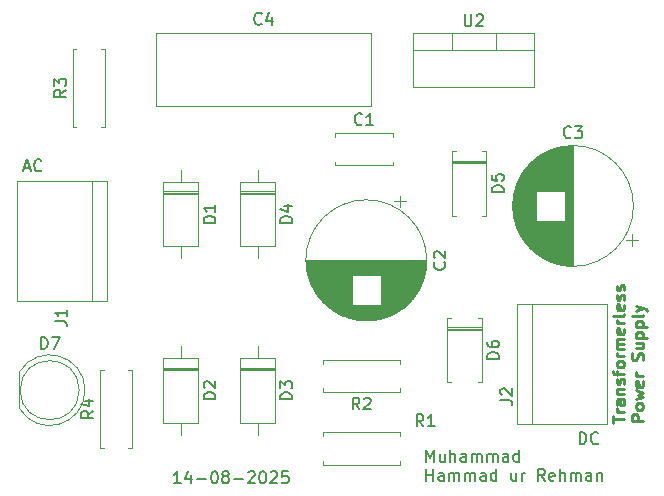
<source format=gto>
%TF.GenerationSoftware,KiCad,Pcbnew,9.0.1*%
%TF.CreationDate,2025-08-15T11:03:48+05:00*%
%TF.ProjectId,transformerless_power_supply,7472616e-7366-46f7-926d-65726c657373,rev?*%
%TF.SameCoordinates,Original*%
%TF.FileFunction,Legend,Top*%
%TF.FilePolarity,Positive*%
%FSLAX46Y46*%
G04 Gerber Fmt 4.6, Leading zero omitted, Abs format (unit mm)*
G04 Created by KiCad (PCBNEW 9.0.1) date 2025-08-15 11:03:48*
%MOMM*%
%LPD*%
G01*
G04 APERTURE LIST*
%ADD10C,0.200000*%
%ADD11C,0.180000*%
%ADD12C,0.250000*%
%ADD13C,0.150000*%
%ADD14C,0.120000*%
%ADD15O,1.600000X1.600000*%
%ADD16C,1.600000*%
%ADD17C,2.400000*%
%ADD18R,1.800000X1.800000*%
%ADD19O,1.800000X1.800000*%
%ADD20R,2.200000X2.200000*%
%ADD21O,2.200000X2.200000*%
%ADD22R,2.000000X2.000000*%
%ADD23C,2.000000*%
%ADD24R,1.905000X2.000000*%
%ADD25O,1.905000X2.000000*%
%ADD26R,3.000000X3.000000*%
%ADD27C,3.000000*%
%ADD28C,1.800000*%
G04 APERTURE END LIST*
D10*
X114722054Y-85581504D02*
X115198244Y-85581504D01*
X114626816Y-85867219D02*
X114960149Y-84867219D01*
X114960149Y-84867219D02*
X115293482Y-85867219D01*
X116198244Y-85771980D02*
X116150625Y-85819600D01*
X116150625Y-85819600D02*
X116007768Y-85867219D01*
X116007768Y-85867219D02*
X115912530Y-85867219D01*
X115912530Y-85867219D02*
X115769673Y-85819600D01*
X115769673Y-85819600D02*
X115674435Y-85724361D01*
X115674435Y-85724361D02*
X115626816Y-85629123D01*
X115626816Y-85629123D02*
X115579197Y-85438647D01*
X115579197Y-85438647D02*
X115579197Y-85295790D01*
X115579197Y-85295790D02*
X115626816Y-85105314D01*
X115626816Y-85105314D02*
X115674435Y-85010076D01*
X115674435Y-85010076D02*
X115769673Y-84914838D01*
X115769673Y-84914838D02*
X115912530Y-84867219D01*
X115912530Y-84867219D02*
X116007768Y-84867219D01*
X116007768Y-84867219D02*
X116150625Y-84914838D01*
X116150625Y-84914838D02*
X116198244Y-84962457D01*
X161769673Y-108967219D02*
X161769673Y-107967219D01*
X161769673Y-107967219D02*
X162007768Y-107967219D01*
X162007768Y-107967219D02*
X162150625Y-108014838D01*
X162150625Y-108014838D02*
X162245863Y-108110076D01*
X162245863Y-108110076D02*
X162293482Y-108205314D01*
X162293482Y-108205314D02*
X162341101Y-108395790D01*
X162341101Y-108395790D02*
X162341101Y-108538647D01*
X162341101Y-108538647D02*
X162293482Y-108729123D01*
X162293482Y-108729123D02*
X162245863Y-108824361D01*
X162245863Y-108824361D02*
X162150625Y-108919600D01*
X162150625Y-108919600D02*
X162007768Y-108967219D01*
X162007768Y-108967219D02*
X161769673Y-108967219D01*
X163341101Y-108871980D02*
X163293482Y-108919600D01*
X163293482Y-108919600D02*
X163150625Y-108967219D01*
X163150625Y-108967219D02*
X163055387Y-108967219D01*
X163055387Y-108967219D02*
X162912530Y-108919600D01*
X162912530Y-108919600D02*
X162817292Y-108824361D01*
X162817292Y-108824361D02*
X162769673Y-108729123D01*
X162769673Y-108729123D02*
X162722054Y-108538647D01*
X162722054Y-108538647D02*
X162722054Y-108395790D01*
X162722054Y-108395790D02*
X162769673Y-108205314D01*
X162769673Y-108205314D02*
X162817292Y-108110076D01*
X162817292Y-108110076D02*
X162912530Y-108014838D01*
X162912530Y-108014838D02*
X163055387Y-107967219D01*
X163055387Y-107967219D02*
X163150625Y-107967219D01*
X163150625Y-107967219D02*
X163293482Y-108014838D01*
X163293482Y-108014838D02*
X163341101Y-108062457D01*
D11*
X127980325Y-112268259D02*
X127408897Y-112268259D01*
X127694611Y-112268259D02*
X127694611Y-111268259D01*
X127694611Y-111268259D02*
X127599373Y-111411116D01*
X127599373Y-111411116D02*
X127504135Y-111506354D01*
X127504135Y-111506354D02*
X127408897Y-111553973D01*
X128837468Y-111601592D02*
X128837468Y-112268259D01*
X128599373Y-111220640D02*
X128361278Y-111934925D01*
X128361278Y-111934925D02*
X128980325Y-111934925D01*
X129361278Y-111887306D02*
X130123183Y-111887306D01*
X130789849Y-111268259D02*
X130885087Y-111268259D01*
X130885087Y-111268259D02*
X130980325Y-111315878D01*
X130980325Y-111315878D02*
X131027944Y-111363497D01*
X131027944Y-111363497D02*
X131075563Y-111458735D01*
X131075563Y-111458735D02*
X131123182Y-111649211D01*
X131123182Y-111649211D02*
X131123182Y-111887306D01*
X131123182Y-111887306D02*
X131075563Y-112077782D01*
X131075563Y-112077782D02*
X131027944Y-112173020D01*
X131027944Y-112173020D02*
X130980325Y-112220640D01*
X130980325Y-112220640D02*
X130885087Y-112268259D01*
X130885087Y-112268259D02*
X130789849Y-112268259D01*
X130789849Y-112268259D02*
X130694611Y-112220640D01*
X130694611Y-112220640D02*
X130646992Y-112173020D01*
X130646992Y-112173020D02*
X130599373Y-112077782D01*
X130599373Y-112077782D02*
X130551754Y-111887306D01*
X130551754Y-111887306D02*
X130551754Y-111649211D01*
X130551754Y-111649211D02*
X130599373Y-111458735D01*
X130599373Y-111458735D02*
X130646992Y-111363497D01*
X130646992Y-111363497D02*
X130694611Y-111315878D01*
X130694611Y-111315878D02*
X130789849Y-111268259D01*
X131694611Y-111696830D02*
X131599373Y-111649211D01*
X131599373Y-111649211D02*
X131551754Y-111601592D01*
X131551754Y-111601592D02*
X131504135Y-111506354D01*
X131504135Y-111506354D02*
X131504135Y-111458735D01*
X131504135Y-111458735D02*
X131551754Y-111363497D01*
X131551754Y-111363497D02*
X131599373Y-111315878D01*
X131599373Y-111315878D02*
X131694611Y-111268259D01*
X131694611Y-111268259D02*
X131885087Y-111268259D01*
X131885087Y-111268259D02*
X131980325Y-111315878D01*
X131980325Y-111315878D02*
X132027944Y-111363497D01*
X132027944Y-111363497D02*
X132075563Y-111458735D01*
X132075563Y-111458735D02*
X132075563Y-111506354D01*
X132075563Y-111506354D02*
X132027944Y-111601592D01*
X132027944Y-111601592D02*
X131980325Y-111649211D01*
X131980325Y-111649211D02*
X131885087Y-111696830D01*
X131885087Y-111696830D02*
X131694611Y-111696830D01*
X131694611Y-111696830D02*
X131599373Y-111744449D01*
X131599373Y-111744449D02*
X131551754Y-111792068D01*
X131551754Y-111792068D02*
X131504135Y-111887306D01*
X131504135Y-111887306D02*
X131504135Y-112077782D01*
X131504135Y-112077782D02*
X131551754Y-112173020D01*
X131551754Y-112173020D02*
X131599373Y-112220640D01*
X131599373Y-112220640D02*
X131694611Y-112268259D01*
X131694611Y-112268259D02*
X131885087Y-112268259D01*
X131885087Y-112268259D02*
X131980325Y-112220640D01*
X131980325Y-112220640D02*
X132027944Y-112173020D01*
X132027944Y-112173020D02*
X132075563Y-112077782D01*
X132075563Y-112077782D02*
X132075563Y-111887306D01*
X132075563Y-111887306D02*
X132027944Y-111792068D01*
X132027944Y-111792068D02*
X131980325Y-111744449D01*
X131980325Y-111744449D02*
X131885087Y-111696830D01*
X132504135Y-111887306D02*
X133266040Y-111887306D01*
X133694611Y-111363497D02*
X133742230Y-111315878D01*
X133742230Y-111315878D02*
X133837468Y-111268259D01*
X133837468Y-111268259D02*
X134075563Y-111268259D01*
X134075563Y-111268259D02*
X134170801Y-111315878D01*
X134170801Y-111315878D02*
X134218420Y-111363497D01*
X134218420Y-111363497D02*
X134266039Y-111458735D01*
X134266039Y-111458735D02*
X134266039Y-111553973D01*
X134266039Y-111553973D02*
X134218420Y-111696830D01*
X134218420Y-111696830D02*
X133646992Y-112268259D01*
X133646992Y-112268259D02*
X134266039Y-112268259D01*
X134885087Y-111268259D02*
X134980325Y-111268259D01*
X134980325Y-111268259D02*
X135075563Y-111315878D01*
X135075563Y-111315878D02*
X135123182Y-111363497D01*
X135123182Y-111363497D02*
X135170801Y-111458735D01*
X135170801Y-111458735D02*
X135218420Y-111649211D01*
X135218420Y-111649211D02*
X135218420Y-111887306D01*
X135218420Y-111887306D02*
X135170801Y-112077782D01*
X135170801Y-112077782D02*
X135123182Y-112173020D01*
X135123182Y-112173020D02*
X135075563Y-112220640D01*
X135075563Y-112220640D02*
X134980325Y-112268259D01*
X134980325Y-112268259D02*
X134885087Y-112268259D01*
X134885087Y-112268259D02*
X134789849Y-112220640D01*
X134789849Y-112220640D02*
X134742230Y-112173020D01*
X134742230Y-112173020D02*
X134694611Y-112077782D01*
X134694611Y-112077782D02*
X134646992Y-111887306D01*
X134646992Y-111887306D02*
X134646992Y-111649211D01*
X134646992Y-111649211D02*
X134694611Y-111458735D01*
X134694611Y-111458735D02*
X134742230Y-111363497D01*
X134742230Y-111363497D02*
X134789849Y-111315878D01*
X134789849Y-111315878D02*
X134885087Y-111268259D01*
X135599373Y-111363497D02*
X135646992Y-111315878D01*
X135646992Y-111315878D02*
X135742230Y-111268259D01*
X135742230Y-111268259D02*
X135980325Y-111268259D01*
X135980325Y-111268259D02*
X136075563Y-111315878D01*
X136075563Y-111315878D02*
X136123182Y-111363497D01*
X136123182Y-111363497D02*
X136170801Y-111458735D01*
X136170801Y-111458735D02*
X136170801Y-111553973D01*
X136170801Y-111553973D02*
X136123182Y-111696830D01*
X136123182Y-111696830D02*
X135551754Y-112268259D01*
X135551754Y-112268259D02*
X136170801Y-112268259D01*
X137075563Y-111268259D02*
X136599373Y-111268259D01*
X136599373Y-111268259D02*
X136551754Y-111744449D01*
X136551754Y-111744449D02*
X136599373Y-111696830D01*
X136599373Y-111696830D02*
X136694611Y-111649211D01*
X136694611Y-111649211D02*
X136932706Y-111649211D01*
X136932706Y-111649211D02*
X137027944Y-111696830D01*
X137027944Y-111696830D02*
X137075563Y-111744449D01*
X137075563Y-111744449D02*
X137123182Y-111839687D01*
X137123182Y-111839687D02*
X137123182Y-112077782D01*
X137123182Y-112077782D02*
X137075563Y-112173020D01*
X137075563Y-112173020D02*
X137027944Y-112220640D01*
X137027944Y-112220640D02*
X136932706Y-112268259D01*
X136932706Y-112268259D02*
X136694611Y-112268259D01*
X136694611Y-112268259D02*
X136599373Y-112220640D01*
X136599373Y-112220640D02*
X136551754Y-112173020D01*
D10*
X148769673Y-110457275D02*
X148769673Y-109457275D01*
X148769673Y-109457275D02*
X149103006Y-110171560D01*
X149103006Y-110171560D02*
X149436339Y-109457275D01*
X149436339Y-109457275D02*
X149436339Y-110457275D01*
X150341101Y-109790608D02*
X150341101Y-110457275D01*
X149912530Y-109790608D02*
X149912530Y-110314417D01*
X149912530Y-110314417D02*
X149960149Y-110409656D01*
X149960149Y-110409656D02*
X150055387Y-110457275D01*
X150055387Y-110457275D02*
X150198244Y-110457275D01*
X150198244Y-110457275D02*
X150293482Y-110409656D01*
X150293482Y-110409656D02*
X150341101Y-110362036D01*
X150817292Y-110457275D02*
X150817292Y-109457275D01*
X151245863Y-110457275D02*
X151245863Y-109933465D01*
X151245863Y-109933465D02*
X151198244Y-109838227D01*
X151198244Y-109838227D02*
X151103006Y-109790608D01*
X151103006Y-109790608D02*
X150960149Y-109790608D01*
X150960149Y-109790608D02*
X150864911Y-109838227D01*
X150864911Y-109838227D02*
X150817292Y-109885846D01*
X152150625Y-110457275D02*
X152150625Y-109933465D01*
X152150625Y-109933465D02*
X152103006Y-109838227D01*
X152103006Y-109838227D02*
X152007768Y-109790608D01*
X152007768Y-109790608D02*
X151817292Y-109790608D01*
X151817292Y-109790608D02*
X151722054Y-109838227D01*
X152150625Y-110409656D02*
X152055387Y-110457275D01*
X152055387Y-110457275D02*
X151817292Y-110457275D01*
X151817292Y-110457275D02*
X151722054Y-110409656D01*
X151722054Y-110409656D02*
X151674435Y-110314417D01*
X151674435Y-110314417D02*
X151674435Y-110219179D01*
X151674435Y-110219179D02*
X151722054Y-110123941D01*
X151722054Y-110123941D02*
X151817292Y-110076322D01*
X151817292Y-110076322D02*
X152055387Y-110076322D01*
X152055387Y-110076322D02*
X152150625Y-110028703D01*
X152626816Y-110457275D02*
X152626816Y-109790608D01*
X152626816Y-109885846D02*
X152674435Y-109838227D01*
X152674435Y-109838227D02*
X152769673Y-109790608D01*
X152769673Y-109790608D02*
X152912530Y-109790608D01*
X152912530Y-109790608D02*
X153007768Y-109838227D01*
X153007768Y-109838227D02*
X153055387Y-109933465D01*
X153055387Y-109933465D02*
X153055387Y-110457275D01*
X153055387Y-109933465D02*
X153103006Y-109838227D01*
X153103006Y-109838227D02*
X153198244Y-109790608D01*
X153198244Y-109790608D02*
X153341101Y-109790608D01*
X153341101Y-109790608D02*
X153436340Y-109838227D01*
X153436340Y-109838227D02*
X153483959Y-109933465D01*
X153483959Y-109933465D02*
X153483959Y-110457275D01*
X153960149Y-110457275D02*
X153960149Y-109790608D01*
X153960149Y-109885846D02*
X154007768Y-109838227D01*
X154007768Y-109838227D02*
X154103006Y-109790608D01*
X154103006Y-109790608D02*
X154245863Y-109790608D01*
X154245863Y-109790608D02*
X154341101Y-109838227D01*
X154341101Y-109838227D02*
X154388720Y-109933465D01*
X154388720Y-109933465D02*
X154388720Y-110457275D01*
X154388720Y-109933465D02*
X154436339Y-109838227D01*
X154436339Y-109838227D02*
X154531577Y-109790608D01*
X154531577Y-109790608D02*
X154674434Y-109790608D01*
X154674434Y-109790608D02*
X154769673Y-109838227D01*
X154769673Y-109838227D02*
X154817292Y-109933465D01*
X154817292Y-109933465D02*
X154817292Y-110457275D01*
X155722053Y-110457275D02*
X155722053Y-109933465D01*
X155722053Y-109933465D02*
X155674434Y-109838227D01*
X155674434Y-109838227D02*
X155579196Y-109790608D01*
X155579196Y-109790608D02*
X155388720Y-109790608D01*
X155388720Y-109790608D02*
X155293482Y-109838227D01*
X155722053Y-110409656D02*
X155626815Y-110457275D01*
X155626815Y-110457275D02*
X155388720Y-110457275D01*
X155388720Y-110457275D02*
X155293482Y-110409656D01*
X155293482Y-110409656D02*
X155245863Y-110314417D01*
X155245863Y-110314417D02*
X155245863Y-110219179D01*
X155245863Y-110219179D02*
X155293482Y-110123941D01*
X155293482Y-110123941D02*
X155388720Y-110076322D01*
X155388720Y-110076322D02*
X155626815Y-110076322D01*
X155626815Y-110076322D02*
X155722053Y-110028703D01*
X156626815Y-110457275D02*
X156626815Y-109457275D01*
X156626815Y-110409656D02*
X156531577Y-110457275D01*
X156531577Y-110457275D02*
X156341101Y-110457275D01*
X156341101Y-110457275D02*
X156245863Y-110409656D01*
X156245863Y-110409656D02*
X156198244Y-110362036D01*
X156198244Y-110362036D02*
X156150625Y-110266798D01*
X156150625Y-110266798D02*
X156150625Y-109981084D01*
X156150625Y-109981084D02*
X156198244Y-109885846D01*
X156198244Y-109885846D02*
X156245863Y-109838227D01*
X156245863Y-109838227D02*
X156341101Y-109790608D01*
X156341101Y-109790608D02*
X156531577Y-109790608D01*
X156531577Y-109790608D02*
X156626815Y-109838227D01*
X148769673Y-112067219D02*
X148769673Y-111067219D01*
X148769673Y-111543409D02*
X149341101Y-111543409D01*
X149341101Y-112067219D02*
X149341101Y-111067219D01*
X150245863Y-112067219D02*
X150245863Y-111543409D01*
X150245863Y-111543409D02*
X150198244Y-111448171D01*
X150198244Y-111448171D02*
X150103006Y-111400552D01*
X150103006Y-111400552D02*
X149912530Y-111400552D01*
X149912530Y-111400552D02*
X149817292Y-111448171D01*
X150245863Y-112019600D02*
X150150625Y-112067219D01*
X150150625Y-112067219D02*
X149912530Y-112067219D01*
X149912530Y-112067219D02*
X149817292Y-112019600D01*
X149817292Y-112019600D02*
X149769673Y-111924361D01*
X149769673Y-111924361D02*
X149769673Y-111829123D01*
X149769673Y-111829123D02*
X149817292Y-111733885D01*
X149817292Y-111733885D02*
X149912530Y-111686266D01*
X149912530Y-111686266D02*
X150150625Y-111686266D01*
X150150625Y-111686266D02*
X150245863Y-111638647D01*
X150722054Y-112067219D02*
X150722054Y-111400552D01*
X150722054Y-111495790D02*
X150769673Y-111448171D01*
X150769673Y-111448171D02*
X150864911Y-111400552D01*
X150864911Y-111400552D02*
X151007768Y-111400552D01*
X151007768Y-111400552D02*
X151103006Y-111448171D01*
X151103006Y-111448171D02*
X151150625Y-111543409D01*
X151150625Y-111543409D02*
X151150625Y-112067219D01*
X151150625Y-111543409D02*
X151198244Y-111448171D01*
X151198244Y-111448171D02*
X151293482Y-111400552D01*
X151293482Y-111400552D02*
X151436339Y-111400552D01*
X151436339Y-111400552D02*
X151531578Y-111448171D01*
X151531578Y-111448171D02*
X151579197Y-111543409D01*
X151579197Y-111543409D02*
X151579197Y-112067219D01*
X152055387Y-112067219D02*
X152055387Y-111400552D01*
X152055387Y-111495790D02*
X152103006Y-111448171D01*
X152103006Y-111448171D02*
X152198244Y-111400552D01*
X152198244Y-111400552D02*
X152341101Y-111400552D01*
X152341101Y-111400552D02*
X152436339Y-111448171D01*
X152436339Y-111448171D02*
X152483958Y-111543409D01*
X152483958Y-111543409D02*
X152483958Y-112067219D01*
X152483958Y-111543409D02*
X152531577Y-111448171D01*
X152531577Y-111448171D02*
X152626815Y-111400552D01*
X152626815Y-111400552D02*
X152769672Y-111400552D01*
X152769672Y-111400552D02*
X152864911Y-111448171D01*
X152864911Y-111448171D02*
X152912530Y-111543409D01*
X152912530Y-111543409D02*
X152912530Y-112067219D01*
X153817291Y-112067219D02*
X153817291Y-111543409D01*
X153817291Y-111543409D02*
X153769672Y-111448171D01*
X153769672Y-111448171D02*
X153674434Y-111400552D01*
X153674434Y-111400552D02*
X153483958Y-111400552D01*
X153483958Y-111400552D02*
X153388720Y-111448171D01*
X153817291Y-112019600D02*
X153722053Y-112067219D01*
X153722053Y-112067219D02*
X153483958Y-112067219D01*
X153483958Y-112067219D02*
X153388720Y-112019600D01*
X153388720Y-112019600D02*
X153341101Y-111924361D01*
X153341101Y-111924361D02*
X153341101Y-111829123D01*
X153341101Y-111829123D02*
X153388720Y-111733885D01*
X153388720Y-111733885D02*
X153483958Y-111686266D01*
X153483958Y-111686266D02*
X153722053Y-111686266D01*
X153722053Y-111686266D02*
X153817291Y-111638647D01*
X154722053Y-112067219D02*
X154722053Y-111067219D01*
X154722053Y-112019600D02*
X154626815Y-112067219D01*
X154626815Y-112067219D02*
X154436339Y-112067219D01*
X154436339Y-112067219D02*
X154341101Y-112019600D01*
X154341101Y-112019600D02*
X154293482Y-111971980D01*
X154293482Y-111971980D02*
X154245863Y-111876742D01*
X154245863Y-111876742D02*
X154245863Y-111591028D01*
X154245863Y-111591028D02*
X154293482Y-111495790D01*
X154293482Y-111495790D02*
X154341101Y-111448171D01*
X154341101Y-111448171D02*
X154436339Y-111400552D01*
X154436339Y-111400552D02*
X154626815Y-111400552D01*
X154626815Y-111400552D02*
X154722053Y-111448171D01*
X156388720Y-111400552D02*
X156388720Y-112067219D01*
X155960149Y-111400552D02*
X155960149Y-111924361D01*
X155960149Y-111924361D02*
X156007768Y-112019600D01*
X156007768Y-112019600D02*
X156103006Y-112067219D01*
X156103006Y-112067219D02*
X156245863Y-112067219D01*
X156245863Y-112067219D02*
X156341101Y-112019600D01*
X156341101Y-112019600D02*
X156388720Y-111971980D01*
X156864911Y-112067219D02*
X156864911Y-111400552D01*
X156864911Y-111591028D02*
X156912530Y-111495790D01*
X156912530Y-111495790D02*
X156960149Y-111448171D01*
X156960149Y-111448171D02*
X157055387Y-111400552D01*
X157055387Y-111400552D02*
X157150625Y-111400552D01*
X158817292Y-112067219D02*
X158483959Y-111591028D01*
X158245864Y-112067219D02*
X158245864Y-111067219D01*
X158245864Y-111067219D02*
X158626816Y-111067219D01*
X158626816Y-111067219D02*
X158722054Y-111114838D01*
X158722054Y-111114838D02*
X158769673Y-111162457D01*
X158769673Y-111162457D02*
X158817292Y-111257695D01*
X158817292Y-111257695D02*
X158817292Y-111400552D01*
X158817292Y-111400552D02*
X158769673Y-111495790D01*
X158769673Y-111495790D02*
X158722054Y-111543409D01*
X158722054Y-111543409D02*
X158626816Y-111591028D01*
X158626816Y-111591028D02*
X158245864Y-111591028D01*
X159626816Y-112019600D02*
X159531578Y-112067219D01*
X159531578Y-112067219D02*
X159341102Y-112067219D01*
X159341102Y-112067219D02*
X159245864Y-112019600D01*
X159245864Y-112019600D02*
X159198245Y-111924361D01*
X159198245Y-111924361D02*
X159198245Y-111543409D01*
X159198245Y-111543409D02*
X159245864Y-111448171D01*
X159245864Y-111448171D02*
X159341102Y-111400552D01*
X159341102Y-111400552D02*
X159531578Y-111400552D01*
X159531578Y-111400552D02*
X159626816Y-111448171D01*
X159626816Y-111448171D02*
X159674435Y-111543409D01*
X159674435Y-111543409D02*
X159674435Y-111638647D01*
X159674435Y-111638647D02*
X159198245Y-111733885D01*
X160103007Y-112067219D02*
X160103007Y-111067219D01*
X160531578Y-112067219D02*
X160531578Y-111543409D01*
X160531578Y-111543409D02*
X160483959Y-111448171D01*
X160483959Y-111448171D02*
X160388721Y-111400552D01*
X160388721Y-111400552D02*
X160245864Y-111400552D01*
X160245864Y-111400552D02*
X160150626Y-111448171D01*
X160150626Y-111448171D02*
X160103007Y-111495790D01*
X161007769Y-112067219D02*
X161007769Y-111400552D01*
X161007769Y-111495790D02*
X161055388Y-111448171D01*
X161055388Y-111448171D02*
X161150626Y-111400552D01*
X161150626Y-111400552D02*
X161293483Y-111400552D01*
X161293483Y-111400552D02*
X161388721Y-111448171D01*
X161388721Y-111448171D02*
X161436340Y-111543409D01*
X161436340Y-111543409D02*
X161436340Y-112067219D01*
X161436340Y-111543409D02*
X161483959Y-111448171D01*
X161483959Y-111448171D02*
X161579197Y-111400552D01*
X161579197Y-111400552D02*
X161722054Y-111400552D01*
X161722054Y-111400552D02*
X161817293Y-111448171D01*
X161817293Y-111448171D02*
X161864912Y-111543409D01*
X161864912Y-111543409D02*
X161864912Y-112067219D01*
X162769673Y-112067219D02*
X162769673Y-111543409D01*
X162769673Y-111543409D02*
X162722054Y-111448171D01*
X162722054Y-111448171D02*
X162626816Y-111400552D01*
X162626816Y-111400552D02*
X162436340Y-111400552D01*
X162436340Y-111400552D02*
X162341102Y-111448171D01*
X162769673Y-112019600D02*
X162674435Y-112067219D01*
X162674435Y-112067219D02*
X162436340Y-112067219D01*
X162436340Y-112067219D02*
X162341102Y-112019600D01*
X162341102Y-112019600D02*
X162293483Y-111924361D01*
X162293483Y-111924361D02*
X162293483Y-111829123D01*
X162293483Y-111829123D02*
X162341102Y-111733885D01*
X162341102Y-111733885D02*
X162436340Y-111686266D01*
X162436340Y-111686266D02*
X162674435Y-111686266D01*
X162674435Y-111686266D02*
X162769673Y-111638647D01*
X163245864Y-111400552D02*
X163245864Y-112067219D01*
X163245864Y-111495790D02*
X163293483Y-111448171D01*
X163293483Y-111448171D02*
X163388721Y-111400552D01*
X163388721Y-111400552D02*
X163531578Y-111400552D01*
X163531578Y-111400552D02*
X163626816Y-111448171D01*
X163626816Y-111448171D02*
X163674435Y-111543409D01*
X163674435Y-111543409D02*
X163674435Y-112067219D01*
D12*
X164554675Y-107140288D02*
X164554675Y-106568860D01*
X165554675Y-106854574D02*
X164554675Y-106854574D01*
X165554675Y-106235526D02*
X164888008Y-106235526D01*
X165078484Y-106235526D02*
X164983246Y-106187907D01*
X164983246Y-106187907D02*
X164935627Y-106140288D01*
X164935627Y-106140288D02*
X164888008Y-106045050D01*
X164888008Y-106045050D02*
X164888008Y-105949812D01*
X165554675Y-105187907D02*
X165030865Y-105187907D01*
X165030865Y-105187907D02*
X164935627Y-105235526D01*
X164935627Y-105235526D02*
X164888008Y-105330764D01*
X164888008Y-105330764D02*
X164888008Y-105521240D01*
X164888008Y-105521240D02*
X164935627Y-105616478D01*
X165507056Y-105187907D02*
X165554675Y-105283145D01*
X165554675Y-105283145D02*
X165554675Y-105521240D01*
X165554675Y-105521240D02*
X165507056Y-105616478D01*
X165507056Y-105616478D02*
X165411817Y-105664097D01*
X165411817Y-105664097D02*
X165316579Y-105664097D01*
X165316579Y-105664097D02*
X165221341Y-105616478D01*
X165221341Y-105616478D02*
X165173722Y-105521240D01*
X165173722Y-105521240D02*
X165173722Y-105283145D01*
X165173722Y-105283145D02*
X165126103Y-105187907D01*
X164888008Y-104711716D02*
X165554675Y-104711716D01*
X164983246Y-104711716D02*
X164935627Y-104664097D01*
X164935627Y-104664097D02*
X164888008Y-104568859D01*
X164888008Y-104568859D02*
X164888008Y-104426002D01*
X164888008Y-104426002D02*
X164935627Y-104330764D01*
X164935627Y-104330764D02*
X165030865Y-104283145D01*
X165030865Y-104283145D02*
X165554675Y-104283145D01*
X165507056Y-103854573D02*
X165554675Y-103759335D01*
X165554675Y-103759335D02*
X165554675Y-103568859D01*
X165554675Y-103568859D02*
X165507056Y-103473621D01*
X165507056Y-103473621D02*
X165411817Y-103426002D01*
X165411817Y-103426002D02*
X165364198Y-103426002D01*
X165364198Y-103426002D02*
X165268960Y-103473621D01*
X165268960Y-103473621D02*
X165221341Y-103568859D01*
X165221341Y-103568859D02*
X165221341Y-103711716D01*
X165221341Y-103711716D02*
X165173722Y-103806954D01*
X165173722Y-103806954D02*
X165078484Y-103854573D01*
X165078484Y-103854573D02*
X165030865Y-103854573D01*
X165030865Y-103854573D02*
X164935627Y-103806954D01*
X164935627Y-103806954D02*
X164888008Y-103711716D01*
X164888008Y-103711716D02*
X164888008Y-103568859D01*
X164888008Y-103568859D02*
X164935627Y-103473621D01*
X164888008Y-103140287D02*
X164888008Y-102759335D01*
X165554675Y-102997430D02*
X164697532Y-102997430D01*
X164697532Y-102997430D02*
X164602294Y-102949811D01*
X164602294Y-102949811D02*
X164554675Y-102854573D01*
X164554675Y-102854573D02*
X164554675Y-102759335D01*
X165554675Y-102283144D02*
X165507056Y-102378382D01*
X165507056Y-102378382D02*
X165459436Y-102426001D01*
X165459436Y-102426001D02*
X165364198Y-102473620D01*
X165364198Y-102473620D02*
X165078484Y-102473620D01*
X165078484Y-102473620D02*
X164983246Y-102426001D01*
X164983246Y-102426001D02*
X164935627Y-102378382D01*
X164935627Y-102378382D02*
X164888008Y-102283144D01*
X164888008Y-102283144D02*
X164888008Y-102140287D01*
X164888008Y-102140287D02*
X164935627Y-102045049D01*
X164935627Y-102045049D02*
X164983246Y-101997430D01*
X164983246Y-101997430D02*
X165078484Y-101949811D01*
X165078484Y-101949811D02*
X165364198Y-101949811D01*
X165364198Y-101949811D02*
X165459436Y-101997430D01*
X165459436Y-101997430D02*
X165507056Y-102045049D01*
X165507056Y-102045049D02*
X165554675Y-102140287D01*
X165554675Y-102140287D02*
X165554675Y-102283144D01*
X165554675Y-101521239D02*
X164888008Y-101521239D01*
X165078484Y-101521239D02*
X164983246Y-101473620D01*
X164983246Y-101473620D02*
X164935627Y-101426001D01*
X164935627Y-101426001D02*
X164888008Y-101330763D01*
X164888008Y-101330763D02*
X164888008Y-101235525D01*
X165554675Y-100902191D02*
X164888008Y-100902191D01*
X164983246Y-100902191D02*
X164935627Y-100854572D01*
X164935627Y-100854572D02*
X164888008Y-100759334D01*
X164888008Y-100759334D02*
X164888008Y-100616477D01*
X164888008Y-100616477D02*
X164935627Y-100521239D01*
X164935627Y-100521239D02*
X165030865Y-100473620D01*
X165030865Y-100473620D02*
X165554675Y-100473620D01*
X165030865Y-100473620D02*
X164935627Y-100426001D01*
X164935627Y-100426001D02*
X164888008Y-100330763D01*
X164888008Y-100330763D02*
X164888008Y-100187906D01*
X164888008Y-100187906D02*
X164935627Y-100092667D01*
X164935627Y-100092667D02*
X165030865Y-100045048D01*
X165030865Y-100045048D02*
X165554675Y-100045048D01*
X165507056Y-99187906D02*
X165554675Y-99283144D01*
X165554675Y-99283144D02*
X165554675Y-99473620D01*
X165554675Y-99473620D02*
X165507056Y-99568858D01*
X165507056Y-99568858D02*
X165411817Y-99616477D01*
X165411817Y-99616477D02*
X165030865Y-99616477D01*
X165030865Y-99616477D02*
X164935627Y-99568858D01*
X164935627Y-99568858D02*
X164888008Y-99473620D01*
X164888008Y-99473620D02*
X164888008Y-99283144D01*
X164888008Y-99283144D02*
X164935627Y-99187906D01*
X164935627Y-99187906D02*
X165030865Y-99140287D01*
X165030865Y-99140287D02*
X165126103Y-99140287D01*
X165126103Y-99140287D02*
X165221341Y-99616477D01*
X165554675Y-98711715D02*
X164888008Y-98711715D01*
X165078484Y-98711715D02*
X164983246Y-98664096D01*
X164983246Y-98664096D02*
X164935627Y-98616477D01*
X164935627Y-98616477D02*
X164888008Y-98521239D01*
X164888008Y-98521239D02*
X164888008Y-98426001D01*
X165554675Y-97949810D02*
X165507056Y-98045048D01*
X165507056Y-98045048D02*
X165411817Y-98092667D01*
X165411817Y-98092667D02*
X164554675Y-98092667D01*
X165507056Y-97187905D02*
X165554675Y-97283143D01*
X165554675Y-97283143D02*
X165554675Y-97473619D01*
X165554675Y-97473619D02*
X165507056Y-97568857D01*
X165507056Y-97568857D02*
X165411817Y-97616476D01*
X165411817Y-97616476D02*
X165030865Y-97616476D01*
X165030865Y-97616476D02*
X164935627Y-97568857D01*
X164935627Y-97568857D02*
X164888008Y-97473619D01*
X164888008Y-97473619D02*
X164888008Y-97283143D01*
X164888008Y-97283143D02*
X164935627Y-97187905D01*
X164935627Y-97187905D02*
X165030865Y-97140286D01*
X165030865Y-97140286D02*
X165126103Y-97140286D01*
X165126103Y-97140286D02*
X165221341Y-97616476D01*
X165507056Y-96759333D02*
X165554675Y-96664095D01*
X165554675Y-96664095D02*
X165554675Y-96473619D01*
X165554675Y-96473619D02*
X165507056Y-96378381D01*
X165507056Y-96378381D02*
X165411817Y-96330762D01*
X165411817Y-96330762D02*
X165364198Y-96330762D01*
X165364198Y-96330762D02*
X165268960Y-96378381D01*
X165268960Y-96378381D02*
X165221341Y-96473619D01*
X165221341Y-96473619D02*
X165221341Y-96616476D01*
X165221341Y-96616476D02*
X165173722Y-96711714D01*
X165173722Y-96711714D02*
X165078484Y-96759333D01*
X165078484Y-96759333D02*
X165030865Y-96759333D01*
X165030865Y-96759333D02*
X164935627Y-96711714D01*
X164935627Y-96711714D02*
X164888008Y-96616476D01*
X164888008Y-96616476D02*
X164888008Y-96473619D01*
X164888008Y-96473619D02*
X164935627Y-96378381D01*
X165507056Y-95949809D02*
X165554675Y-95854571D01*
X165554675Y-95854571D02*
X165554675Y-95664095D01*
X165554675Y-95664095D02*
X165507056Y-95568857D01*
X165507056Y-95568857D02*
X165411817Y-95521238D01*
X165411817Y-95521238D02*
X165364198Y-95521238D01*
X165364198Y-95521238D02*
X165268960Y-95568857D01*
X165268960Y-95568857D02*
X165221341Y-95664095D01*
X165221341Y-95664095D02*
X165221341Y-95806952D01*
X165221341Y-95806952D02*
X165173722Y-95902190D01*
X165173722Y-95902190D02*
X165078484Y-95949809D01*
X165078484Y-95949809D02*
X165030865Y-95949809D01*
X165030865Y-95949809D02*
X164935627Y-95902190D01*
X164935627Y-95902190D02*
X164888008Y-95806952D01*
X164888008Y-95806952D02*
X164888008Y-95664095D01*
X164888008Y-95664095D02*
X164935627Y-95568857D01*
X167164619Y-106997431D02*
X166164619Y-106997431D01*
X166164619Y-106997431D02*
X166164619Y-106616479D01*
X166164619Y-106616479D02*
X166212238Y-106521241D01*
X166212238Y-106521241D02*
X166259857Y-106473622D01*
X166259857Y-106473622D02*
X166355095Y-106426003D01*
X166355095Y-106426003D02*
X166497952Y-106426003D01*
X166497952Y-106426003D02*
X166593190Y-106473622D01*
X166593190Y-106473622D02*
X166640809Y-106521241D01*
X166640809Y-106521241D02*
X166688428Y-106616479D01*
X166688428Y-106616479D02*
X166688428Y-106997431D01*
X167164619Y-105854574D02*
X167117000Y-105949812D01*
X167117000Y-105949812D02*
X167069380Y-105997431D01*
X167069380Y-105997431D02*
X166974142Y-106045050D01*
X166974142Y-106045050D02*
X166688428Y-106045050D01*
X166688428Y-106045050D02*
X166593190Y-105997431D01*
X166593190Y-105997431D02*
X166545571Y-105949812D01*
X166545571Y-105949812D02*
X166497952Y-105854574D01*
X166497952Y-105854574D02*
X166497952Y-105711717D01*
X166497952Y-105711717D02*
X166545571Y-105616479D01*
X166545571Y-105616479D02*
X166593190Y-105568860D01*
X166593190Y-105568860D02*
X166688428Y-105521241D01*
X166688428Y-105521241D02*
X166974142Y-105521241D01*
X166974142Y-105521241D02*
X167069380Y-105568860D01*
X167069380Y-105568860D02*
X167117000Y-105616479D01*
X167117000Y-105616479D02*
X167164619Y-105711717D01*
X167164619Y-105711717D02*
X167164619Y-105854574D01*
X166497952Y-105187907D02*
X167164619Y-104997431D01*
X167164619Y-104997431D02*
X166688428Y-104806955D01*
X166688428Y-104806955D02*
X167164619Y-104616479D01*
X167164619Y-104616479D02*
X166497952Y-104426003D01*
X167117000Y-103664098D02*
X167164619Y-103759336D01*
X167164619Y-103759336D02*
X167164619Y-103949812D01*
X167164619Y-103949812D02*
X167117000Y-104045050D01*
X167117000Y-104045050D02*
X167021761Y-104092669D01*
X167021761Y-104092669D02*
X166640809Y-104092669D01*
X166640809Y-104092669D02*
X166545571Y-104045050D01*
X166545571Y-104045050D02*
X166497952Y-103949812D01*
X166497952Y-103949812D02*
X166497952Y-103759336D01*
X166497952Y-103759336D02*
X166545571Y-103664098D01*
X166545571Y-103664098D02*
X166640809Y-103616479D01*
X166640809Y-103616479D02*
X166736047Y-103616479D01*
X166736047Y-103616479D02*
X166831285Y-104092669D01*
X167164619Y-103187907D02*
X166497952Y-103187907D01*
X166688428Y-103187907D02*
X166593190Y-103140288D01*
X166593190Y-103140288D02*
X166545571Y-103092669D01*
X166545571Y-103092669D02*
X166497952Y-102997431D01*
X166497952Y-102997431D02*
X166497952Y-102902193D01*
X167117000Y-101854573D02*
X167164619Y-101711716D01*
X167164619Y-101711716D02*
X167164619Y-101473621D01*
X167164619Y-101473621D02*
X167117000Y-101378383D01*
X167117000Y-101378383D02*
X167069380Y-101330764D01*
X167069380Y-101330764D02*
X166974142Y-101283145D01*
X166974142Y-101283145D02*
X166878904Y-101283145D01*
X166878904Y-101283145D02*
X166783666Y-101330764D01*
X166783666Y-101330764D02*
X166736047Y-101378383D01*
X166736047Y-101378383D02*
X166688428Y-101473621D01*
X166688428Y-101473621D02*
X166640809Y-101664097D01*
X166640809Y-101664097D02*
X166593190Y-101759335D01*
X166593190Y-101759335D02*
X166545571Y-101806954D01*
X166545571Y-101806954D02*
X166450333Y-101854573D01*
X166450333Y-101854573D02*
X166355095Y-101854573D01*
X166355095Y-101854573D02*
X166259857Y-101806954D01*
X166259857Y-101806954D02*
X166212238Y-101759335D01*
X166212238Y-101759335D02*
X166164619Y-101664097D01*
X166164619Y-101664097D02*
X166164619Y-101426002D01*
X166164619Y-101426002D02*
X166212238Y-101283145D01*
X166497952Y-100426002D02*
X167164619Y-100426002D01*
X166497952Y-100854573D02*
X167021761Y-100854573D01*
X167021761Y-100854573D02*
X167117000Y-100806954D01*
X167117000Y-100806954D02*
X167164619Y-100711716D01*
X167164619Y-100711716D02*
X167164619Y-100568859D01*
X167164619Y-100568859D02*
X167117000Y-100473621D01*
X167117000Y-100473621D02*
X167069380Y-100426002D01*
X166497952Y-99949811D02*
X167497952Y-99949811D01*
X166545571Y-99949811D02*
X166497952Y-99854573D01*
X166497952Y-99854573D02*
X166497952Y-99664097D01*
X166497952Y-99664097D02*
X166545571Y-99568859D01*
X166545571Y-99568859D02*
X166593190Y-99521240D01*
X166593190Y-99521240D02*
X166688428Y-99473621D01*
X166688428Y-99473621D02*
X166974142Y-99473621D01*
X166974142Y-99473621D02*
X167069380Y-99521240D01*
X167069380Y-99521240D02*
X167117000Y-99568859D01*
X167117000Y-99568859D02*
X167164619Y-99664097D01*
X167164619Y-99664097D02*
X167164619Y-99854573D01*
X167164619Y-99854573D02*
X167117000Y-99949811D01*
X166497952Y-99045049D02*
X167497952Y-99045049D01*
X166545571Y-99045049D02*
X166497952Y-98949811D01*
X166497952Y-98949811D02*
X166497952Y-98759335D01*
X166497952Y-98759335D02*
X166545571Y-98664097D01*
X166545571Y-98664097D02*
X166593190Y-98616478D01*
X166593190Y-98616478D02*
X166688428Y-98568859D01*
X166688428Y-98568859D02*
X166974142Y-98568859D01*
X166974142Y-98568859D02*
X167069380Y-98616478D01*
X167069380Y-98616478D02*
X167117000Y-98664097D01*
X167117000Y-98664097D02*
X167164619Y-98759335D01*
X167164619Y-98759335D02*
X167164619Y-98949811D01*
X167164619Y-98949811D02*
X167117000Y-99045049D01*
X167164619Y-97997430D02*
X167117000Y-98092668D01*
X167117000Y-98092668D02*
X167021761Y-98140287D01*
X167021761Y-98140287D02*
X166164619Y-98140287D01*
X166497952Y-97711715D02*
X167164619Y-97473620D01*
X166497952Y-97235525D02*
X167164619Y-97473620D01*
X167164619Y-97473620D02*
X167402714Y-97568858D01*
X167402714Y-97568858D02*
X167450333Y-97616477D01*
X167450333Y-97616477D02*
X167497952Y-97711715D01*
D13*
X148533333Y-107454819D02*
X148200000Y-106978628D01*
X147961905Y-107454819D02*
X147961905Y-106454819D01*
X147961905Y-106454819D02*
X148342857Y-106454819D01*
X148342857Y-106454819D02*
X148438095Y-106502438D01*
X148438095Y-106502438D02*
X148485714Y-106550057D01*
X148485714Y-106550057D02*
X148533333Y-106645295D01*
X148533333Y-106645295D02*
X148533333Y-106788152D01*
X148533333Y-106788152D02*
X148485714Y-106883390D01*
X148485714Y-106883390D02*
X148438095Y-106931009D01*
X148438095Y-106931009D02*
X148342857Y-106978628D01*
X148342857Y-106978628D02*
X147961905Y-106978628D01*
X149485714Y-107454819D02*
X148914286Y-107454819D01*
X149200000Y-107454819D02*
X149200000Y-106454819D01*
X149200000Y-106454819D02*
X149104762Y-106597676D01*
X149104762Y-106597676D02*
X149009524Y-106692914D01*
X149009524Y-106692914D02*
X148914286Y-106740533D01*
X134833333Y-73359580D02*
X134785714Y-73407200D01*
X134785714Y-73407200D02*
X134642857Y-73454819D01*
X134642857Y-73454819D02*
X134547619Y-73454819D01*
X134547619Y-73454819D02*
X134404762Y-73407200D01*
X134404762Y-73407200D02*
X134309524Y-73311961D01*
X134309524Y-73311961D02*
X134261905Y-73216723D01*
X134261905Y-73216723D02*
X134214286Y-73026247D01*
X134214286Y-73026247D02*
X134214286Y-72883390D01*
X134214286Y-72883390D02*
X134261905Y-72692914D01*
X134261905Y-72692914D02*
X134309524Y-72597676D01*
X134309524Y-72597676D02*
X134404762Y-72502438D01*
X134404762Y-72502438D02*
X134547619Y-72454819D01*
X134547619Y-72454819D02*
X134642857Y-72454819D01*
X134642857Y-72454819D02*
X134785714Y-72502438D01*
X134785714Y-72502438D02*
X134833333Y-72550057D01*
X135690476Y-72788152D02*
X135690476Y-73454819D01*
X135452381Y-72407200D02*
X135214286Y-73121485D01*
X135214286Y-73121485D02*
X135833333Y-73121485D01*
X155324819Y-87638094D02*
X154324819Y-87638094D01*
X154324819Y-87638094D02*
X154324819Y-87399999D01*
X154324819Y-87399999D02*
X154372438Y-87257142D01*
X154372438Y-87257142D02*
X154467676Y-87161904D01*
X154467676Y-87161904D02*
X154562914Y-87114285D01*
X154562914Y-87114285D02*
X154753390Y-87066666D01*
X154753390Y-87066666D02*
X154896247Y-87066666D01*
X154896247Y-87066666D02*
X155086723Y-87114285D01*
X155086723Y-87114285D02*
X155181961Y-87161904D01*
X155181961Y-87161904D02*
X155277200Y-87257142D01*
X155277200Y-87257142D02*
X155324819Y-87399999D01*
X155324819Y-87399999D02*
X155324819Y-87638094D01*
X154324819Y-86161904D02*
X154324819Y-86638094D01*
X154324819Y-86638094D02*
X154801009Y-86685713D01*
X154801009Y-86685713D02*
X154753390Y-86638094D01*
X154753390Y-86638094D02*
X154705771Y-86542856D01*
X154705771Y-86542856D02*
X154705771Y-86304761D01*
X154705771Y-86304761D02*
X154753390Y-86209523D01*
X154753390Y-86209523D02*
X154801009Y-86161904D01*
X154801009Y-86161904D02*
X154896247Y-86114285D01*
X154896247Y-86114285D02*
X155134342Y-86114285D01*
X155134342Y-86114285D02*
X155229580Y-86161904D01*
X155229580Y-86161904D02*
X155277200Y-86209523D01*
X155277200Y-86209523D02*
X155324819Y-86304761D01*
X155324819Y-86304761D02*
X155324819Y-86542856D01*
X155324819Y-86542856D02*
X155277200Y-86638094D01*
X155277200Y-86638094D02*
X155229580Y-86685713D01*
X137424819Y-105158094D02*
X136424819Y-105158094D01*
X136424819Y-105158094D02*
X136424819Y-104919999D01*
X136424819Y-104919999D02*
X136472438Y-104777142D01*
X136472438Y-104777142D02*
X136567676Y-104681904D01*
X136567676Y-104681904D02*
X136662914Y-104634285D01*
X136662914Y-104634285D02*
X136853390Y-104586666D01*
X136853390Y-104586666D02*
X136996247Y-104586666D01*
X136996247Y-104586666D02*
X137186723Y-104634285D01*
X137186723Y-104634285D02*
X137281961Y-104681904D01*
X137281961Y-104681904D02*
X137377200Y-104777142D01*
X137377200Y-104777142D02*
X137424819Y-104919999D01*
X137424819Y-104919999D02*
X137424819Y-105158094D01*
X136424819Y-104253332D02*
X136424819Y-103634285D01*
X136424819Y-103634285D02*
X136805771Y-103967618D01*
X136805771Y-103967618D02*
X136805771Y-103824761D01*
X136805771Y-103824761D02*
X136853390Y-103729523D01*
X136853390Y-103729523D02*
X136901009Y-103681904D01*
X136901009Y-103681904D02*
X136996247Y-103634285D01*
X136996247Y-103634285D02*
X137234342Y-103634285D01*
X137234342Y-103634285D02*
X137329580Y-103681904D01*
X137329580Y-103681904D02*
X137377200Y-103729523D01*
X137377200Y-103729523D02*
X137424819Y-103824761D01*
X137424819Y-103824761D02*
X137424819Y-104110475D01*
X137424819Y-104110475D02*
X137377200Y-104205713D01*
X137377200Y-104205713D02*
X137329580Y-104253332D01*
X120584819Y-106156666D02*
X120108628Y-106489999D01*
X120584819Y-106728094D02*
X119584819Y-106728094D01*
X119584819Y-106728094D02*
X119584819Y-106347142D01*
X119584819Y-106347142D02*
X119632438Y-106251904D01*
X119632438Y-106251904D02*
X119680057Y-106204285D01*
X119680057Y-106204285D02*
X119775295Y-106156666D01*
X119775295Y-106156666D02*
X119918152Y-106156666D01*
X119918152Y-106156666D02*
X120013390Y-106204285D01*
X120013390Y-106204285D02*
X120061009Y-106251904D01*
X120061009Y-106251904D02*
X120108628Y-106347142D01*
X120108628Y-106347142D02*
X120108628Y-106728094D01*
X119918152Y-105299523D02*
X120584819Y-105299523D01*
X119537200Y-105537618D02*
X120251485Y-105775713D01*
X120251485Y-105775713D02*
X120251485Y-105156666D01*
X150309580Y-93566666D02*
X150357200Y-93614285D01*
X150357200Y-93614285D02*
X150404819Y-93757142D01*
X150404819Y-93757142D02*
X150404819Y-93852380D01*
X150404819Y-93852380D02*
X150357200Y-93995237D01*
X150357200Y-93995237D02*
X150261961Y-94090475D01*
X150261961Y-94090475D02*
X150166723Y-94138094D01*
X150166723Y-94138094D02*
X149976247Y-94185713D01*
X149976247Y-94185713D02*
X149833390Y-94185713D01*
X149833390Y-94185713D02*
X149642914Y-94138094D01*
X149642914Y-94138094D02*
X149547676Y-94090475D01*
X149547676Y-94090475D02*
X149452438Y-93995237D01*
X149452438Y-93995237D02*
X149404819Y-93852380D01*
X149404819Y-93852380D02*
X149404819Y-93757142D01*
X149404819Y-93757142D02*
X149452438Y-93614285D01*
X149452438Y-93614285D02*
X149500057Y-93566666D01*
X149500057Y-93185713D02*
X149452438Y-93138094D01*
X149452438Y-93138094D02*
X149404819Y-93042856D01*
X149404819Y-93042856D02*
X149404819Y-92804761D01*
X149404819Y-92804761D02*
X149452438Y-92709523D01*
X149452438Y-92709523D02*
X149500057Y-92661904D01*
X149500057Y-92661904D02*
X149595295Y-92614285D01*
X149595295Y-92614285D02*
X149690533Y-92614285D01*
X149690533Y-92614285D02*
X149833390Y-92661904D01*
X149833390Y-92661904D02*
X150404819Y-93233332D01*
X150404819Y-93233332D02*
X150404819Y-92614285D01*
X143333333Y-81859580D02*
X143285714Y-81907200D01*
X143285714Y-81907200D02*
X143142857Y-81954819D01*
X143142857Y-81954819D02*
X143047619Y-81954819D01*
X143047619Y-81954819D02*
X142904762Y-81907200D01*
X142904762Y-81907200D02*
X142809524Y-81811961D01*
X142809524Y-81811961D02*
X142761905Y-81716723D01*
X142761905Y-81716723D02*
X142714286Y-81526247D01*
X142714286Y-81526247D02*
X142714286Y-81383390D01*
X142714286Y-81383390D02*
X142761905Y-81192914D01*
X142761905Y-81192914D02*
X142809524Y-81097676D01*
X142809524Y-81097676D02*
X142904762Y-81002438D01*
X142904762Y-81002438D02*
X143047619Y-80954819D01*
X143047619Y-80954819D02*
X143142857Y-80954819D01*
X143142857Y-80954819D02*
X143285714Y-81002438D01*
X143285714Y-81002438D02*
X143333333Y-81050057D01*
X144285714Y-81954819D02*
X143714286Y-81954819D01*
X144000000Y-81954819D02*
X144000000Y-80954819D01*
X144000000Y-80954819D02*
X143904762Y-81097676D01*
X143904762Y-81097676D02*
X143809524Y-81192914D01*
X143809524Y-81192914D02*
X143714286Y-81240533D01*
X152038095Y-72584819D02*
X152038095Y-73394342D01*
X152038095Y-73394342D02*
X152085714Y-73489580D01*
X152085714Y-73489580D02*
X152133333Y-73537200D01*
X152133333Y-73537200D02*
X152228571Y-73584819D01*
X152228571Y-73584819D02*
X152419047Y-73584819D01*
X152419047Y-73584819D02*
X152514285Y-73537200D01*
X152514285Y-73537200D02*
X152561904Y-73489580D01*
X152561904Y-73489580D02*
X152609523Y-73394342D01*
X152609523Y-73394342D02*
X152609523Y-72584819D01*
X153038095Y-72680057D02*
X153085714Y-72632438D01*
X153085714Y-72632438D02*
X153180952Y-72584819D01*
X153180952Y-72584819D02*
X153419047Y-72584819D01*
X153419047Y-72584819D02*
X153514285Y-72632438D01*
X153514285Y-72632438D02*
X153561904Y-72680057D01*
X153561904Y-72680057D02*
X153609523Y-72775295D01*
X153609523Y-72775295D02*
X153609523Y-72870533D01*
X153609523Y-72870533D02*
X153561904Y-73013390D01*
X153561904Y-73013390D02*
X152990476Y-73584819D01*
X152990476Y-73584819D02*
X153609523Y-73584819D01*
X155054819Y-105233333D02*
X155769104Y-105233333D01*
X155769104Y-105233333D02*
X155911961Y-105280952D01*
X155911961Y-105280952D02*
X156007200Y-105376190D01*
X156007200Y-105376190D02*
X156054819Y-105519047D01*
X156054819Y-105519047D02*
X156054819Y-105614285D01*
X155150057Y-104804761D02*
X155102438Y-104757142D01*
X155102438Y-104757142D02*
X155054819Y-104661904D01*
X155054819Y-104661904D02*
X155054819Y-104423809D01*
X155054819Y-104423809D02*
X155102438Y-104328571D01*
X155102438Y-104328571D02*
X155150057Y-104280952D01*
X155150057Y-104280952D02*
X155245295Y-104233333D01*
X155245295Y-104233333D02*
X155340533Y-104233333D01*
X155340533Y-104233333D02*
X155483390Y-104280952D01*
X155483390Y-104280952D02*
X156054819Y-104852380D01*
X156054819Y-104852380D02*
X156054819Y-104233333D01*
X116156905Y-100894819D02*
X116156905Y-99894819D01*
X116156905Y-99894819D02*
X116395000Y-99894819D01*
X116395000Y-99894819D02*
X116537857Y-99942438D01*
X116537857Y-99942438D02*
X116633095Y-100037676D01*
X116633095Y-100037676D02*
X116680714Y-100132914D01*
X116680714Y-100132914D02*
X116728333Y-100323390D01*
X116728333Y-100323390D02*
X116728333Y-100466247D01*
X116728333Y-100466247D02*
X116680714Y-100656723D01*
X116680714Y-100656723D02*
X116633095Y-100751961D01*
X116633095Y-100751961D02*
X116537857Y-100847200D01*
X116537857Y-100847200D02*
X116395000Y-100894819D01*
X116395000Y-100894819D02*
X116156905Y-100894819D01*
X117061667Y-99894819D02*
X117728333Y-99894819D01*
X117728333Y-99894819D02*
X117299762Y-100894819D01*
X137424819Y-90238094D02*
X136424819Y-90238094D01*
X136424819Y-90238094D02*
X136424819Y-89999999D01*
X136424819Y-89999999D02*
X136472438Y-89857142D01*
X136472438Y-89857142D02*
X136567676Y-89761904D01*
X136567676Y-89761904D02*
X136662914Y-89714285D01*
X136662914Y-89714285D02*
X136853390Y-89666666D01*
X136853390Y-89666666D02*
X136996247Y-89666666D01*
X136996247Y-89666666D02*
X137186723Y-89714285D01*
X137186723Y-89714285D02*
X137281961Y-89761904D01*
X137281961Y-89761904D02*
X137377200Y-89857142D01*
X137377200Y-89857142D02*
X137424819Y-89999999D01*
X137424819Y-89999999D02*
X137424819Y-90238094D01*
X136758152Y-88809523D02*
X137424819Y-88809523D01*
X136377200Y-89047618D02*
X137091485Y-89285713D01*
X137091485Y-89285713D02*
X137091485Y-88666666D01*
X117354819Y-98573333D02*
X118069104Y-98573333D01*
X118069104Y-98573333D02*
X118211961Y-98620952D01*
X118211961Y-98620952D02*
X118307200Y-98716190D01*
X118307200Y-98716190D02*
X118354819Y-98859047D01*
X118354819Y-98859047D02*
X118354819Y-98954285D01*
X118354819Y-97573333D02*
X118354819Y-98144761D01*
X118354819Y-97859047D02*
X117354819Y-97859047D01*
X117354819Y-97859047D02*
X117497676Y-97954285D01*
X117497676Y-97954285D02*
X117592914Y-98049523D01*
X117592914Y-98049523D02*
X117640533Y-98144761D01*
X130924819Y-90238094D02*
X129924819Y-90238094D01*
X129924819Y-90238094D02*
X129924819Y-89999999D01*
X129924819Y-89999999D02*
X129972438Y-89857142D01*
X129972438Y-89857142D02*
X130067676Y-89761904D01*
X130067676Y-89761904D02*
X130162914Y-89714285D01*
X130162914Y-89714285D02*
X130353390Y-89666666D01*
X130353390Y-89666666D02*
X130496247Y-89666666D01*
X130496247Y-89666666D02*
X130686723Y-89714285D01*
X130686723Y-89714285D02*
X130781961Y-89761904D01*
X130781961Y-89761904D02*
X130877200Y-89857142D01*
X130877200Y-89857142D02*
X130924819Y-89999999D01*
X130924819Y-89999999D02*
X130924819Y-90238094D01*
X130924819Y-88714285D02*
X130924819Y-89285713D01*
X130924819Y-88999999D02*
X129924819Y-88999999D01*
X129924819Y-88999999D02*
X130067676Y-89095237D01*
X130067676Y-89095237D02*
X130162914Y-89190475D01*
X130162914Y-89190475D02*
X130210533Y-89285713D01*
X143123333Y-106024819D02*
X142790000Y-105548628D01*
X142551905Y-106024819D02*
X142551905Y-105024819D01*
X142551905Y-105024819D02*
X142932857Y-105024819D01*
X142932857Y-105024819D02*
X143028095Y-105072438D01*
X143028095Y-105072438D02*
X143075714Y-105120057D01*
X143075714Y-105120057D02*
X143123333Y-105215295D01*
X143123333Y-105215295D02*
X143123333Y-105358152D01*
X143123333Y-105358152D02*
X143075714Y-105453390D01*
X143075714Y-105453390D02*
X143028095Y-105501009D01*
X143028095Y-105501009D02*
X142932857Y-105548628D01*
X142932857Y-105548628D02*
X142551905Y-105548628D01*
X143504286Y-105120057D02*
X143551905Y-105072438D01*
X143551905Y-105072438D02*
X143647143Y-105024819D01*
X143647143Y-105024819D02*
X143885238Y-105024819D01*
X143885238Y-105024819D02*
X143980476Y-105072438D01*
X143980476Y-105072438D02*
X144028095Y-105120057D01*
X144028095Y-105120057D02*
X144075714Y-105215295D01*
X144075714Y-105215295D02*
X144075714Y-105310533D01*
X144075714Y-105310533D02*
X144028095Y-105453390D01*
X144028095Y-105453390D02*
X143456667Y-106024819D01*
X143456667Y-106024819D02*
X144075714Y-106024819D01*
X161033333Y-82959580D02*
X160985714Y-83007200D01*
X160985714Y-83007200D02*
X160842857Y-83054819D01*
X160842857Y-83054819D02*
X160747619Y-83054819D01*
X160747619Y-83054819D02*
X160604762Y-83007200D01*
X160604762Y-83007200D02*
X160509524Y-82911961D01*
X160509524Y-82911961D02*
X160461905Y-82816723D01*
X160461905Y-82816723D02*
X160414286Y-82626247D01*
X160414286Y-82626247D02*
X160414286Y-82483390D01*
X160414286Y-82483390D02*
X160461905Y-82292914D01*
X160461905Y-82292914D02*
X160509524Y-82197676D01*
X160509524Y-82197676D02*
X160604762Y-82102438D01*
X160604762Y-82102438D02*
X160747619Y-82054819D01*
X160747619Y-82054819D02*
X160842857Y-82054819D01*
X160842857Y-82054819D02*
X160985714Y-82102438D01*
X160985714Y-82102438D02*
X161033333Y-82150057D01*
X161366667Y-82054819D02*
X161985714Y-82054819D01*
X161985714Y-82054819D02*
X161652381Y-82435771D01*
X161652381Y-82435771D02*
X161795238Y-82435771D01*
X161795238Y-82435771D02*
X161890476Y-82483390D01*
X161890476Y-82483390D02*
X161938095Y-82531009D01*
X161938095Y-82531009D02*
X161985714Y-82626247D01*
X161985714Y-82626247D02*
X161985714Y-82864342D01*
X161985714Y-82864342D02*
X161938095Y-82959580D01*
X161938095Y-82959580D02*
X161890476Y-83007200D01*
X161890476Y-83007200D02*
X161795238Y-83054819D01*
X161795238Y-83054819D02*
X161509524Y-83054819D01*
X161509524Y-83054819D02*
X161414286Y-83007200D01*
X161414286Y-83007200D02*
X161366667Y-82959580D01*
X130924819Y-105158094D02*
X129924819Y-105158094D01*
X129924819Y-105158094D02*
X129924819Y-104919999D01*
X129924819Y-104919999D02*
X129972438Y-104777142D01*
X129972438Y-104777142D02*
X130067676Y-104681904D01*
X130067676Y-104681904D02*
X130162914Y-104634285D01*
X130162914Y-104634285D02*
X130353390Y-104586666D01*
X130353390Y-104586666D02*
X130496247Y-104586666D01*
X130496247Y-104586666D02*
X130686723Y-104634285D01*
X130686723Y-104634285D02*
X130781961Y-104681904D01*
X130781961Y-104681904D02*
X130877200Y-104777142D01*
X130877200Y-104777142D02*
X130924819Y-104919999D01*
X130924819Y-104919999D02*
X130924819Y-105158094D01*
X130020057Y-104205713D02*
X129972438Y-104158094D01*
X129972438Y-104158094D02*
X129924819Y-104062856D01*
X129924819Y-104062856D02*
X129924819Y-103824761D01*
X129924819Y-103824761D02*
X129972438Y-103729523D01*
X129972438Y-103729523D02*
X130020057Y-103681904D01*
X130020057Y-103681904D02*
X130115295Y-103634285D01*
X130115295Y-103634285D02*
X130210533Y-103634285D01*
X130210533Y-103634285D02*
X130353390Y-103681904D01*
X130353390Y-103681904D02*
X130924819Y-104253332D01*
X130924819Y-104253332D02*
X130924819Y-103634285D01*
X118284819Y-78976666D02*
X117808628Y-79309999D01*
X118284819Y-79548094D02*
X117284819Y-79548094D01*
X117284819Y-79548094D02*
X117284819Y-79167142D01*
X117284819Y-79167142D02*
X117332438Y-79071904D01*
X117332438Y-79071904D02*
X117380057Y-79024285D01*
X117380057Y-79024285D02*
X117475295Y-78976666D01*
X117475295Y-78976666D02*
X117618152Y-78976666D01*
X117618152Y-78976666D02*
X117713390Y-79024285D01*
X117713390Y-79024285D02*
X117761009Y-79071904D01*
X117761009Y-79071904D02*
X117808628Y-79167142D01*
X117808628Y-79167142D02*
X117808628Y-79548094D01*
X117284819Y-78643332D02*
X117284819Y-78024285D01*
X117284819Y-78024285D02*
X117665771Y-78357618D01*
X117665771Y-78357618D02*
X117665771Y-78214761D01*
X117665771Y-78214761D02*
X117713390Y-78119523D01*
X117713390Y-78119523D02*
X117761009Y-78071904D01*
X117761009Y-78071904D02*
X117856247Y-78024285D01*
X117856247Y-78024285D02*
X118094342Y-78024285D01*
X118094342Y-78024285D02*
X118189580Y-78071904D01*
X118189580Y-78071904D02*
X118237200Y-78119523D01*
X118237200Y-78119523D02*
X118284819Y-78214761D01*
X118284819Y-78214761D02*
X118284819Y-78500475D01*
X118284819Y-78500475D02*
X118237200Y-78595713D01*
X118237200Y-78595713D02*
X118189580Y-78643332D01*
X154924819Y-101738094D02*
X153924819Y-101738094D01*
X153924819Y-101738094D02*
X153924819Y-101499999D01*
X153924819Y-101499999D02*
X153972438Y-101357142D01*
X153972438Y-101357142D02*
X154067676Y-101261904D01*
X154067676Y-101261904D02*
X154162914Y-101214285D01*
X154162914Y-101214285D02*
X154353390Y-101166666D01*
X154353390Y-101166666D02*
X154496247Y-101166666D01*
X154496247Y-101166666D02*
X154686723Y-101214285D01*
X154686723Y-101214285D02*
X154781961Y-101261904D01*
X154781961Y-101261904D02*
X154877200Y-101357142D01*
X154877200Y-101357142D02*
X154924819Y-101499999D01*
X154924819Y-101499999D02*
X154924819Y-101738094D01*
X153924819Y-100309523D02*
X153924819Y-100499999D01*
X153924819Y-100499999D02*
X153972438Y-100595237D01*
X153972438Y-100595237D02*
X154020057Y-100642856D01*
X154020057Y-100642856D02*
X154162914Y-100738094D01*
X154162914Y-100738094D02*
X154353390Y-100785713D01*
X154353390Y-100785713D02*
X154734342Y-100785713D01*
X154734342Y-100785713D02*
X154829580Y-100738094D01*
X154829580Y-100738094D02*
X154877200Y-100690475D01*
X154877200Y-100690475D02*
X154924819Y-100595237D01*
X154924819Y-100595237D02*
X154924819Y-100404761D01*
X154924819Y-100404761D02*
X154877200Y-100309523D01*
X154877200Y-100309523D02*
X154829580Y-100261904D01*
X154829580Y-100261904D02*
X154734342Y-100214285D01*
X154734342Y-100214285D02*
X154496247Y-100214285D01*
X154496247Y-100214285D02*
X154401009Y-100261904D01*
X154401009Y-100261904D02*
X154353390Y-100309523D01*
X154353390Y-100309523D02*
X154305771Y-100404761D01*
X154305771Y-100404761D02*
X154305771Y-100595237D01*
X154305771Y-100595237D02*
X154353390Y-100690475D01*
X154353390Y-100690475D02*
X154401009Y-100738094D01*
X154401009Y-100738094D02*
X154496247Y-100785713D01*
D14*
X146560000Y-110720000D02*
X140020000Y-110720000D01*
X146560000Y-110390000D02*
X146560000Y-110720000D01*
X146560000Y-108310000D02*
X146560000Y-107980000D01*
X146560000Y-107980000D02*
X140020000Y-107980000D01*
X140020000Y-110720000D02*
X140020000Y-110390000D01*
X140020000Y-107980000D02*
X140020000Y-108310000D01*
X125880000Y-74130000D02*
X125880000Y-80370000D01*
X125880000Y-74130000D02*
X144120000Y-74130000D01*
X125880000Y-80370000D02*
X144120000Y-80370000D01*
X144120000Y-74130000D02*
X144120000Y-80370000D01*
X150930000Y-84180000D02*
X150930000Y-89620000D01*
X150930000Y-89620000D02*
X151260000Y-89620000D01*
X151260000Y-84180000D02*
X150930000Y-84180000D01*
X153540000Y-84180000D02*
X153870000Y-84180000D01*
X153870000Y-84180000D02*
X153870000Y-89620000D01*
X153870000Y-84960000D02*
X150930000Y-84960000D01*
X153870000Y-85080000D02*
X150930000Y-85080000D01*
X153870000Y-85200000D02*
X150930000Y-85200000D01*
X153870000Y-89620000D02*
X153540000Y-89620000D01*
X133030000Y-101700000D02*
X133030000Y-107140000D01*
X133030000Y-107140000D02*
X135970000Y-107140000D01*
X134500000Y-100680000D02*
X134500000Y-101700000D01*
X134500000Y-108160000D02*
X134500000Y-107140000D01*
X135970000Y-101700000D02*
X133030000Y-101700000D01*
X135970000Y-102480000D02*
X133030000Y-102480000D01*
X135970000Y-102600000D02*
X133030000Y-102600000D01*
X135970000Y-102720000D02*
X133030000Y-102720000D01*
X135970000Y-107140000D02*
X135970000Y-101700000D01*
X121130000Y-102720000D02*
X121460000Y-102720000D01*
X121130000Y-109260000D02*
X121130000Y-102720000D01*
X121460000Y-109260000D02*
X121130000Y-109260000D01*
X123540000Y-109260000D02*
X123870000Y-109260000D01*
X123870000Y-102720000D02*
X123540000Y-102720000D01*
X123870000Y-109260000D02*
X123870000Y-102720000D01*
X142460000Y-94680000D02*
X138783000Y-94680000D01*
X142460000Y-94720000D02*
X138793000Y-94720000D01*
X142460000Y-94760000D02*
X138804000Y-94760000D01*
X142460000Y-94800000D02*
X138815000Y-94800000D01*
X142460000Y-94840000D02*
X138827000Y-94840000D01*
X142460000Y-94880000D02*
X138839000Y-94880000D01*
X142460000Y-94920000D02*
X138851000Y-94920000D01*
X142460000Y-94960000D02*
X138863000Y-94960000D01*
X142460000Y-95000000D02*
X138876000Y-95000000D01*
X142460000Y-95040000D02*
X138890000Y-95040000D01*
X142460000Y-95080000D02*
X138903000Y-95080000D01*
X142460000Y-95120000D02*
X138918000Y-95120000D01*
X142460000Y-95160000D02*
X138932000Y-95160000D01*
X142460000Y-95200000D02*
X138947000Y-95200000D01*
X142460000Y-95240000D02*
X138962000Y-95240000D01*
X142460000Y-95280000D02*
X138978000Y-95280000D01*
X142460000Y-95320000D02*
X138994000Y-95320000D01*
X142460000Y-95360000D02*
X139010000Y-95360000D01*
X142460000Y-95400000D02*
X139027000Y-95400000D01*
X142460000Y-95440000D02*
X139044000Y-95440000D01*
X142460000Y-95480000D02*
X139062000Y-95480000D01*
X142460000Y-95520000D02*
X139080000Y-95520000D01*
X142460000Y-95560000D02*
X139098000Y-95560000D01*
X142460000Y-95600000D02*
X139117000Y-95600000D01*
X142460000Y-95640000D02*
X139136000Y-95640000D01*
X142460000Y-95680000D02*
X139156000Y-95680000D01*
X142460000Y-95720000D02*
X139176000Y-95720000D01*
X142460000Y-95760000D02*
X139196000Y-95760000D01*
X142460000Y-95800000D02*
X139217000Y-95800000D01*
X142460000Y-95840000D02*
X139239000Y-95840000D01*
X142460000Y-95880000D02*
X139261000Y-95880000D01*
X142460000Y-95920000D02*
X139283000Y-95920000D01*
X142460000Y-95960000D02*
X139306000Y-95960000D01*
X142460000Y-96000000D02*
X139329000Y-96000000D01*
X142460000Y-96040000D02*
X139353000Y-96040000D01*
X142460000Y-96080000D02*
X139377000Y-96080000D01*
X142460000Y-96120000D02*
X139402000Y-96120000D01*
X142460000Y-96160000D02*
X139428000Y-96160000D01*
X142460000Y-96200000D02*
X139453000Y-96200000D01*
X142460000Y-96240000D02*
X139480000Y-96240000D01*
X142460000Y-96280000D02*
X139507000Y-96280000D01*
X142460000Y-96320000D02*
X139534000Y-96320000D01*
X142460000Y-96360000D02*
X139562000Y-96360000D01*
X142460000Y-96400000D02*
X139591000Y-96400000D01*
X142460000Y-96440000D02*
X139620000Y-96440000D01*
X142460000Y-96480000D02*
X139650000Y-96480000D01*
X142460000Y-96520000D02*
X139680000Y-96520000D01*
X142460000Y-96560000D02*
X139712000Y-96560000D01*
X142460000Y-96600000D02*
X139743000Y-96600000D01*
X142460000Y-96640000D02*
X139776000Y-96640000D01*
X142460000Y-96680000D02*
X139809000Y-96680000D01*
X142460000Y-96720000D02*
X139842000Y-96720000D01*
X142460000Y-96760000D02*
X139877000Y-96760000D01*
X142460000Y-96800000D02*
X139912000Y-96800000D01*
X142460000Y-96840000D02*
X139948000Y-96840000D01*
X142460000Y-96880000D02*
X139984000Y-96880000D01*
X142460000Y-96920000D02*
X140022000Y-96920000D01*
X142460000Y-96960000D02*
X140060000Y-96960000D01*
X142460000Y-97000000D02*
X140099000Y-97000000D01*
X142460000Y-97040000D02*
X140139000Y-97040000D01*
X142460000Y-97080000D02*
X140180000Y-97080000D01*
X142460000Y-97120000D02*
X140222000Y-97120000D01*
X144299000Y-98480000D02*
X143101000Y-98480000D01*
X144562000Y-98440000D02*
X142838000Y-98440000D01*
X144762000Y-98400000D02*
X142638000Y-98400000D01*
X144930000Y-98360000D02*
X142470000Y-98360000D01*
X145077000Y-98320000D02*
X142323000Y-98320000D01*
X145209000Y-98280000D02*
X142191000Y-98280000D01*
X145330000Y-98240000D02*
X142070000Y-98240000D01*
X145442000Y-98200000D02*
X141958000Y-98200000D01*
X145546000Y-98160000D02*
X141854000Y-98160000D01*
X145644000Y-98120000D02*
X141756000Y-98120000D01*
X145737000Y-98080000D02*
X141663000Y-98080000D01*
X145824000Y-98040000D02*
X141576000Y-98040000D01*
X145908000Y-98000000D02*
X141492000Y-98000000D01*
X145988000Y-97960000D02*
X141412000Y-97960000D01*
X146065000Y-97920000D02*
X141335000Y-97920000D01*
X146139000Y-97880000D02*
X141261000Y-97880000D01*
X146210000Y-97840000D02*
X141190000Y-97840000D01*
X146278000Y-97800000D02*
X141122000Y-97800000D01*
X146344000Y-97760000D02*
X141056000Y-97760000D01*
X146408000Y-97720000D02*
X140992000Y-97720000D01*
X146470000Y-97680000D02*
X140930000Y-97680000D01*
X146530000Y-97640000D02*
X140870000Y-97640000D01*
X146575000Y-87920354D02*
X146575000Y-88920354D01*
X146588000Y-97600000D02*
X140812000Y-97600000D01*
X146645000Y-97560000D02*
X140755000Y-97560000D01*
X146700000Y-97520000D02*
X140700000Y-97520000D01*
X146753000Y-97480000D02*
X140647000Y-97480000D01*
X146805000Y-97440000D02*
X140595000Y-97440000D01*
X146856000Y-97400000D02*
X140544000Y-97400000D01*
X146905000Y-97360000D02*
X140495000Y-97360000D01*
X146954000Y-97320000D02*
X140446000Y-97320000D01*
X147001000Y-97280000D02*
X140399000Y-97280000D01*
X147047000Y-97240000D02*
X140353000Y-97240000D01*
X147075000Y-88420354D02*
X146075000Y-88420354D01*
X147091000Y-97200000D02*
X140309000Y-97200000D01*
X147135000Y-97160000D02*
X140265000Y-97160000D01*
X147178000Y-97120000D02*
X144940000Y-97120000D01*
X147220000Y-97080000D02*
X144940000Y-97080000D01*
X147261000Y-97040000D02*
X144940000Y-97040000D01*
X147301000Y-97000000D02*
X144940000Y-97000000D01*
X147340000Y-96960000D02*
X144940000Y-96960000D01*
X147378000Y-96920000D02*
X144940000Y-96920000D01*
X147416000Y-96880000D02*
X144940000Y-96880000D01*
X147452000Y-96840000D02*
X144940000Y-96840000D01*
X147488000Y-96800000D02*
X144940000Y-96800000D01*
X147523000Y-96760000D02*
X144940000Y-96760000D01*
X147558000Y-96720000D02*
X144940000Y-96720000D01*
X147591000Y-96680000D02*
X144940000Y-96680000D01*
X147624000Y-96640000D02*
X144940000Y-96640000D01*
X147657000Y-96600000D02*
X144940000Y-96600000D01*
X147688000Y-96560000D02*
X144940000Y-96560000D01*
X147720000Y-96520000D02*
X144940000Y-96520000D01*
X147750000Y-96480000D02*
X144940000Y-96480000D01*
X147780000Y-96440000D02*
X144940000Y-96440000D01*
X147809000Y-96400000D02*
X144940000Y-96400000D01*
X147838000Y-96360000D02*
X144940000Y-96360000D01*
X147866000Y-96320000D02*
X144940000Y-96320000D01*
X147893000Y-96280000D02*
X144940000Y-96280000D01*
X147920000Y-96240000D02*
X144940000Y-96240000D01*
X147947000Y-96200000D02*
X144940000Y-96200000D01*
X147972000Y-96160000D02*
X144940000Y-96160000D01*
X147998000Y-96120000D02*
X144940000Y-96120000D01*
X148023000Y-96080000D02*
X144940000Y-96080000D01*
X148047000Y-96040000D02*
X144940000Y-96040000D01*
X148071000Y-96000000D02*
X144940000Y-96000000D01*
X148094000Y-95960000D02*
X144940000Y-95960000D01*
X148117000Y-95920000D02*
X144940000Y-95920000D01*
X148139000Y-95880000D02*
X144940000Y-95880000D01*
X148161000Y-95840000D02*
X144940000Y-95840000D01*
X148183000Y-95800000D02*
X144940000Y-95800000D01*
X148204000Y-95760000D02*
X144940000Y-95760000D01*
X148224000Y-95720000D02*
X144940000Y-95720000D01*
X148244000Y-95680000D02*
X144940000Y-95680000D01*
X148264000Y-95640000D02*
X144940000Y-95640000D01*
X148283000Y-95600000D02*
X144940000Y-95600000D01*
X148302000Y-95560000D02*
X144940000Y-95560000D01*
X148320000Y-95520000D02*
X144940000Y-95520000D01*
X148338000Y-95480000D02*
X144940000Y-95480000D01*
X148356000Y-95440000D02*
X144940000Y-95440000D01*
X148373000Y-95400000D02*
X144940000Y-95400000D01*
X148390000Y-95360000D02*
X144940000Y-95360000D01*
X148406000Y-95320000D02*
X144940000Y-95320000D01*
X148422000Y-95280000D02*
X144940000Y-95280000D01*
X148438000Y-95240000D02*
X144940000Y-95240000D01*
X148453000Y-95200000D02*
X144940000Y-95200000D01*
X148468000Y-95160000D02*
X144940000Y-95160000D01*
X148482000Y-95120000D02*
X144940000Y-95120000D01*
X148497000Y-95080000D02*
X144940000Y-95080000D01*
X148510000Y-95040000D02*
X144940000Y-95040000D01*
X148524000Y-95000000D02*
X144940000Y-95000000D01*
X148537000Y-94960000D02*
X144940000Y-94960000D01*
X148549000Y-94920000D02*
X144940000Y-94920000D01*
X148561000Y-94880000D02*
X144940000Y-94880000D01*
X148573000Y-94840000D02*
X144940000Y-94840000D01*
X148585000Y-94800000D02*
X144940000Y-94800000D01*
X148596000Y-94760000D02*
X144940000Y-94760000D01*
X148607000Y-94720000D02*
X144940000Y-94720000D01*
X148617000Y-94680000D02*
X144940000Y-94680000D01*
X148628000Y-94640000D02*
X138772000Y-94640000D01*
X148637000Y-94600000D02*
X138763000Y-94600000D01*
X148647000Y-94560000D02*
X138753000Y-94560000D01*
X148656000Y-94520000D02*
X138744000Y-94520000D01*
X148665000Y-94480000D02*
X138735000Y-94480000D01*
X148673000Y-94440000D02*
X138727000Y-94440000D01*
X148681000Y-94400000D02*
X138719000Y-94400000D01*
X148689000Y-94360000D02*
X138711000Y-94360000D01*
X148697000Y-94320000D02*
X138703000Y-94320000D01*
X148704000Y-94280000D02*
X138696000Y-94280000D01*
X148711000Y-94240000D02*
X138689000Y-94240000D01*
X148717000Y-94200000D02*
X138683000Y-94200000D01*
X148723000Y-94160000D02*
X138677000Y-94160000D01*
X148729000Y-94120000D02*
X138671000Y-94120000D01*
X148735000Y-94080000D02*
X138665000Y-94080000D01*
X148740000Y-94040000D02*
X138660000Y-94040000D01*
X148745000Y-94000000D02*
X138655000Y-94000000D01*
X148749000Y-93960000D02*
X138651000Y-93960000D01*
X148754000Y-93920000D02*
X138646000Y-93920000D01*
X148757000Y-93880000D02*
X138643000Y-93880000D01*
X148761000Y-93840000D02*
X138639000Y-93840000D01*
X148764000Y-93800000D02*
X138636000Y-93800000D01*
X148767000Y-93760000D02*
X138633000Y-93760000D01*
X148770000Y-93720000D02*
X138630000Y-93720000D01*
X148772000Y-93680000D02*
X138628000Y-93680000D01*
X148774000Y-93640000D02*
X138626000Y-93640000D01*
X148776000Y-93600000D02*
X138624000Y-93600000D01*
X148777000Y-93560000D02*
X138623000Y-93560000D01*
X148779000Y-93480000D02*
X138621000Y-93480000D01*
X148779000Y-93520000D02*
X138621000Y-93520000D01*
X148780000Y-93400000D02*
X138620000Y-93400000D01*
X148780000Y-93440000D02*
X138620000Y-93440000D01*
X148820000Y-93400000D02*
G75*
G02*
X138580000Y-93400000I-5120000J0D01*
G01*
X138580000Y-93400000D02*
G75*
G02*
X148820000Y-93400000I5120000J0D01*
G01*
X141030000Y-82630000D02*
X141030000Y-82960000D01*
X141030000Y-82630000D02*
X145970000Y-82630000D01*
X141030000Y-85040000D02*
X141030000Y-85370000D01*
X141030000Y-85370000D02*
X145970000Y-85370000D01*
X145970000Y-82630000D02*
X145970000Y-82960000D01*
X145970000Y-85040000D02*
X145970000Y-85370000D01*
X147680000Y-74130000D02*
X147680000Y-78771000D01*
X147680000Y-74130000D02*
X157920000Y-74130000D01*
X147680000Y-75640000D02*
X157920000Y-75640000D01*
X147680000Y-78771000D02*
X157920000Y-78771000D01*
X150950000Y-74130000D02*
X150950000Y-75640000D01*
X154651000Y-74130000D02*
X154651000Y-75640000D01*
X157920000Y-74130000D02*
X157920000Y-78771000D01*
X156490000Y-97080000D02*
X156490000Y-107240000D01*
X156490000Y-107240000D02*
X164110000Y-107240000D01*
X157760000Y-107240000D02*
X157760000Y-97080000D01*
X164110000Y-97080000D02*
X156490000Y-97080000D01*
X164110000Y-107240000D02*
X164110000Y-97080000D01*
X114335000Y-102855000D02*
X114335000Y-105945000D01*
X114335000Y-102855170D02*
G75*
G02*
X119885000Y-104399952I2560000J-1544830D01*
G01*
X119885000Y-104400048D02*
G75*
G02*
X114335000Y-105944830I-2990000J48D01*
G01*
X119395000Y-104400000D02*
G75*
G02*
X114395000Y-104400000I-2500000J0D01*
G01*
X114395000Y-104400000D02*
G75*
G02*
X119395000Y-104400000I2500000J0D01*
G01*
X133030000Y-86780000D02*
X133030000Y-92220000D01*
X133030000Y-92220000D02*
X135970000Y-92220000D01*
X134500000Y-85760000D02*
X134500000Y-86780000D01*
X134500000Y-93240000D02*
X134500000Y-92220000D01*
X135970000Y-86780000D02*
X133030000Y-86780000D01*
X135970000Y-87560000D02*
X133030000Y-87560000D01*
X135970000Y-87680000D02*
X133030000Y-87680000D01*
X135970000Y-87800000D02*
X133030000Y-87800000D01*
X135970000Y-92220000D02*
X135970000Y-86780000D01*
X114090000Y-86660000D02*
X114090000Y-96820000D01*
X114090000Y-96820000D02*
X121710000Y-96820000D01*
X120440000Y-86660000D02*
X120440000Y-96820000D01*
X121710000Y-86660000D02*
X114090000Y-86660000D01*
X121710000Y-96820000D02*
X121710000Y-86660000D01*
X126530000Y-86780000D02*
X126530000Y-92220000D01*
X126530000Y-92220000D02*
X129470000Y-92220000D01*
X128000000Y-85760000D02*
X128000000Y-86780000D01*
X128000000Y-93240000D02*
X128000000Y-92220000D01*
X129470000Y-86780000D02*
X126530000Y-86780000D01*
X129470000Y-87560000D02*
X126530000Y-87560000D01*
X129470000Y-87680000D02*
X126530000Y-87680000D01*
X129470000Y-87800000D02*
X126530000Y-87800000D01*
X129470000Y-92220000D02*
X129470000Y-86780000D01*
X140020000Y-101830000D02*
X140020000Y-102160000D01*
X140020000Y-104570000D02*
X140020000Y-104240000D01*
X146560000Y-101830000D02*
X140020000Y-101830000D01*
X146560000Y-102160000D02*
X146560000Y-101830000D01*
X146560000Y-104240000D02*
X146560000Y-104570000D01*
X146560000Y-104570000D02*
X140020000Y-104570000D01*
X156120000Y-89399000D02*
X156120000Y-88201000D01*
X156160000Y-89662000D02*
X156160000Y-87938000D01*
X156200000Y-89862000D02*
X156200000Y-87738000D01*
X156240000Y-90030000D02*
X156240000Y-87570000D01*
X156280000Y-90177000D02*
X156280000Y-87423000D01*
X156320000Y-90309000D02*
X156320000Y-87291000D01*
X156360000Y-90430000D02*
X156360000Y-87170000D01*
X156400000Y-90542000D02*
X156400000Y-87058000D01*
X156440000Y-90646000D02*
X156440000Y-86954000D01*
X156480000Y-90744000D02*
X156480000Y-86856000D01*
X156520000Y-90837000D02*
X156520000Y-86763000D01*
X156560000Y-90924000D02*
X156560000Y-86676000D01*
X156600000Y-91008000D02*
X156600000Y-86592000D01*
X156640000Y-91088000D02*
X156640000Y-86512000D01*
X156680000Y-91165000D02*
X156680000Y-86435000D01*
X156720000Y-91239000D02*
X156720000Y-86361000D01*
X156760000Y-91310000D02*
X156760000Y-86290000D01*
X156800000Y-91378000D02*
X156800000Y-86222000D01*
X156840000Y-91444000D02*
X156840000Y-86156000D01*
X156880000Y-91508000D02*
X156880000Y-86092000D01*
X156920000Y-91570000D02*
X156920000Y-86030000D01*
X156960000Y-91630000D02*
X156960000Y-85970000D01*
X157000000Y-91688000D02*
X157000000Y-85912000D01*
X157040000Y-91745000D02*
X157040000Y-85855000D01*
X157080000Y-91800000D02*
X157080000Y-85800000D01*
X157120000Y-91853000D02*
X157120000Y-85747000D01*
X157160000Y-91905000D02*
X157160000Y-85695000D01*
X157200000Y-91956000D02*
X157200000Y-85644000D01*
X157240000Y-92005000D02*
X157240000Y-85595000D01*
X157280000Y-92054000D02*
X157280000Y-85546000D01*
X157320000Y-92101000D02*
X157320000Y-85499000D01*
X157360000Y-92147000D02*
X157360000Y-85453000D01*
X157400000Y-92191000D02*
X157400000Y-85409000D01*
X157440000Y-92235000D02*
X157440000Y-85365000D01*
X157480000Y-92278000D02*
X157480000Y-85322000D01*
X157520000Y-92320000D02*
X157520000Y-85280000D01*
X157560000Y-92361000D02*
X157560000Y-85239000D01*
X157600000Y-92401000D02*
X157600000Y-85199000D01*
X157640000Y-92440000D02*
X157640000Y-85160000D01*
X157680000Y-92478000D02*
X157680000Y-85122000D01*
X157720000Y-92516000D02*
X157720000Y-85084000D01*
X157760000Y-92552000D02*
X157760000Y-85048000D01*
X157800000Y-92588000D02*
X157800000Y-85012000D01*
X157840000Y-92623000D02*
X157840000Y-84977000D01*
X157880000Y-92658000D02*
X157880000Y-84942000D01*
X157920000Y-92691000D02*
X157920000Y-84909000D01*
X157960000Y-92724000D02*
X157960000Y-84876000D01*
X158000000Y-92757000D02*
X158000000Y-84843000D01*
X158040000Y-92788000D02*
X158040000Y-84812000D01*
X158080000Y-87560000D02*
X158080000Y-84780000D01*
X158080000Y-92820000D02*
X158080000Y-90040000D01*
X158120000Y-87560000D02*
X158120000Y-84750000D01*
X158120000Y-92850000D02*
X158120000Y-90040000D01*
X158160000Y-87560000D02*
X158160000Y-84720000D01*
X158160000Y-92880000D02*
X158160000Y-90040000D01*
X158200000Y-87560000D02*
X158200000Y-84691000D01*
X158200000Y-92909000D02*
X158200000Y-90040000D01*
X158240000Y-87560000D02*
X158240000Y-84662000D01*
X158240000Y-92938000D02*
X158240000Y-90040000D01*
X158280000Y-87560000D02*
X158280000Y-84634000D01*
X158280000Y-92966000D02*
X158280000Y-90040000D01*
X158320000Y-87560000D02*
X158320000Y-84607000D01*
X158320000Y-92993000D02*
X158320000Y-90040000D01*
X158360000Y-87560000D02*
X158360000Y-84580000D01*
X158360000Y-93020000D02*
X158360000Y-90040000D01*
X158400000Y-87560000D02*
X158400000Y-84553000D01*
X158400000Y-93047000D02*
X158400000Y-90040000D01*
X158440000Y-87560000D02*
X158440000Y-84528000D01*
X158440000Y-93072000D02*
X158440000Y-90040000D01*
X158480000Y-87560000D02*
X158480000Y-84502000D01*
X158480000Y-93098000D02*
X158480000Y-90040000D01*
X158520000Y-87560000D02*
X158520000Y-84477000D01*
X158520000Y-93123000D02*
X158520000Y-90040000D01*
X158560000Y-87560000D02*
X158560000Y-84453000D01*
X158560000Y-93147000D02*
X158560000Y-90040000D01*
X158600000Y-87560000D02*
X158600000Y-84429000D01*
X158600000Y-93171000D02*
X158600000Y-90040000D01*
X158640000Y-87560000D02*
X158640000Y-84406000D01*
X158640000Y-93194000D02*
X158640000Y-90040000D01*
X158680000Y-87560000D02*
X158680000Y-84383000D01*
X158680000Y-93217000D02*
X158680000Y-90040000D01*
X158720000Y-87560000D02*
X158720000Y-84361000D01*
X158720000Y-93239000D02*
X158720000Y-90040000D01*
X158760000Y-87560000D02*
X158760000Y-84339000D01*
X158760000Y-93261000D02*
X158760000Y-90040000D01*
X158800000Y-87560000D02*
X158800000Y-84317000D01*
X158800000Y-93283000D02*
X158800000Y-90040000D01*
X158840000Y-87560000D02*
X158840000Y-84296000D01*
X158840000Y-93304000D02*
X158840000Y-90040000D01*
X158880000Y-87560000D02*
X158880000Y-84276000D01*
X158880000Y-93324000D02*
X158880000Y-90040000D01*
X158920000Y-87560000D02*
X158920000Y-84256000D01*
X158920000Y-93344000D02*
X158920000Y-90040000D01*
X158960000Y-87560000D02*
X158960000Y-84236000D01*
X158960000Y-93364000D02*
X158960000Y-90040000D01*
X159000000Y-87560000D02*
X159000000Y-84217000D01*
X159000000Y-93383000D02*
X159000000Y-90040000D01*
X159040000Y-87560000D02*
X159040000Y-84198000D01*
X159040000Y-93402000D02*
X159040000Y-90040000D01*
X159080000Y-87560000D02*
X159080000Y-84180000D01*
X159080000Y-93420000D02*
X159080000Y-90040000D01*
X159120000Y-87560000D02*
X159120000Y-84162000D01*
X159120000Y-93438000D02*
X159120000Y-90040000D01*
X159160000Y-87560000D02*
X159160000Y-84144000D01*
X159160000Y-93456000D02*
X159160000Y-90040000D01*
X159200000Y-87560000D02*
X159200000Y-84127000D01*
X159200000Y-93473000D02*
X159200000Y-90040000D01*
X159240000Y-87560000D02*
X159240000Y-84110000D01*
X159240000Y-93490000D02*
X159240000Y-90040000D01*
X159280000Y-87560000D02*
X159280000Y-84094000D01*
X159280000Y-93506000D02*
X159280000Y-90040000D01*
X159320000Y-87560000D02*
X159320000Y-84078000D01*
X159320000Y-93522000D02*
X159320000Y-90040000D01*
X159360000Y-87560000D02*
X159360000Y-84062000D01*
X159360000Y-93538000D02*
X159360000Y-90040000D01*
X159400000Y-87560000D02*
X159400000Y-84047000D01*
X159400000Y-93553000D02*
X159400000Y-90040000D01*
X159440000Y-87560000D02*
X159440000Y-84032000D01*
X159440000Y-93568000D02*
X159440000Y-90040000D01*
X159480000Y-87560000D02*
X159480000Y-84018000D01*
X159480000Y-93582000D02*
X159480000Y-90040000D01*
X159520000Y-87560000D02*
X159520000Y-84003000D01*
X159520000Y-93597000D02*
X159520000Y-90040000D01*
X159560000Y-87560000D02*
X159560000Y-83990000D01*
X159560000Y-93610000D02*
X159560000Y-90040000D01*
X159600000Y-87560000D02*
X159600000Y-83976000D01*
X159600000Y-93624000D02*
X159600000Y-90040000D01*
X159640000Y-87560000D02*
X159640000Y-83963000D01*
X159640000Y-93637000D02*
X159640000Y-90040000D01*
X159680000Y-87560000D02*
X159680000Y-83951000D01*
X159680000Y-93649000D02*
X159680000Y-90040000D01*
X159720000Y-87560000D02*
X159720000Y-83939000D01*
X159720000Y-93661000D02*
X159720000Y-90040000D01*
X159760000Y-87560000D02*
X159760000Y-83927000D01*
X159760000Y-93673000D02*
X159760000Y-90040000D01*
X159800000Y-87560000D02*
X159800000Y-83915000D01*
X159800000Y-93685000D02*
X159800000Y-90040000D01*
X159840000Y-87560000D02*
X159840000Y-83904000D01*
X159840000Y-93696000D02*
X159840000Y-90040000D01*
X159880000Y-87560000D02*
X159880000Y-83893000D01*
X159880000Y-93707000D02*
X159880000Y-90040000D01*
X159920000Y-87560000D02*
X159920000Y-83883000D01*
X159920000Y-93717000D02*
X159920000Y-90040000D01*
X159960000Y-87560000D02*
X159960000Y-83872000D01*
X159960000Y-93728000D02*
X159960000Y-90040000D01*
X160000000Y-87560000D02*
X160000000Y-83863000D01*
X160000000Y-93737000D02*
X160000000Y-90040000D01*
X160040000Y-87560000D02*
X160040000Y-83853000D01*
X160040000Y-93747000D02*
X160040000Y-90040000D01*
X160080000Y-87560000D02*
X160080000Y-83844000D01*
X160080000Y-93756000D02*
X160080000Y-90040000D01*
X160120000Y-87560000D02*
X160120000Y-83835000D01*
X160120000Y-93765000D02*
X160120000Y-90040000D01*
X160160000Y-87560000D02*
X160160000Y-83827000D01*
X160160000Y-93773000D02*
X160160000Y-90040000D01*
X160200000Y-87560000D02*
X160200000Y-83819000D01*
X160200000Y-93781000D02*
X160200000Y-90040000D01*
X160240000Y-87560000D02*
X160240000Y-83811000D01*
X160240000Y-93789000D02*
X160240000Y-90040000D01*
X160280000Y-87560000D02*
X160280000Y-83803000D01*
X160280000Y-93797000D02*
X160280000Y-90040000D01*
X160320000Y-87560000D02*
X160320000Y-83796000D01*
X160320000Y-93804000D02*
X160320000Y-90040000D01*
X160360000Y-87560000D02*
X160360000Y-83789000D01*
X160360000Y-93811000D02*
X160360000Y-90040000D01*
X160400000Y-87560000D02*
X160400000Y-83783000D01*
X160400000Y-93817000D02*
X160400000Y-90040000D01*
X160440000Y-87560000D02*
X160440000Y-83777000D01*
X160440000Y-93823000D02*
X160440000Y-90040000D01*
X160480000Y-87560000D02*
X160480000Y-83771000D01*
X160480000Y-93829000D02*
X160480000Y-90040000D01*
X160520000Y-87560000D02*
X160520000Y-83765000D01*
X160520000Y-93835000D02*
X160520000Y-90040000D01*
X160560000Y-93840000D02*
X160560000Y-83760000D01*
X160600000Y-93845000D02*
X160600000Y-83755000D01*
X160640000Y-93849000D02*
X160640000Y-83751000D01*
X160680000Y-93854000D02*
X160680000Y-83746000D01*
X160720000Y-93857000D02*
X160720000Y-83743000D01*
X160760000Y-93861000D02*
X160760000Y-83739000D01*
X160800000Y-93864000D02*
X160800000Y-83736000D01*
X160840000Y-93867000D02*
X160840000Y-83733000D01*
X160880000Y-93870000D02*
X160880000Y-83730000D01*
X160920000Y-93872000D02*
X160920000Y-83728000D01*
X160960000Y-93874000D02*
X160960000Y-83726000D01*
X161000000Y-93876000D02*
X161000000Y-83724000D01*
X161040000Y-93877000D02*
X161040000Y-83723000D01*
X161080000Y-93879000D02*
X161080000Y-83721000D01*
X161120000Y-93879000D02*
X161120000Y-83721000D01*
X161160000Y-93880000D02*
X161160000Y-83720000D01*
X161200000Y-93880000D02*
X161200000Y-83720000D01*
X166179646Y-92175000D02*
X166179646Y-91175000D01*
X166679646Y-91675000D02*
X165679646Y-91675000D01*
X166320000Y-88800000D02*
G75*
G02*
X156080000Y-88800000I-5120000J0D01*
G01*
X156080000Y-88800000D02*
G75*
G02*
X166320000Y-88800000I5120000J0D01*
G01*
X126530000Y-101700000D02*
X126530000Y-107140000D01*
X126530000Y-107140000D02*
X129470000Y-107140000D01*
X128000000Y-100680000D02*
X128000000Y-101700000D01*
X128000000Y-108160000D02*
X128000000Y-107140000D01*
X129470000Y-101700000D02*
X126530000Y-101700000D01*
X129470000Y-102480000D02*
X126530000Y-102480000D01*
X129470000Y-102600000D02*
X126530000Y-102600000D01*
X129470000Y-102720000D02*
X126530000Y-102720000D01*
X129470000Y-107140000D02*
X129470000Y-101700000D01*
X118830000Y-75540000D02*
X119160000Y-75540000D01*
X118830000Y-82080000D02*
X118830000Y-75540000D01*
X119160000Y-82080000D02*
X118830000Y-82080000D01*
X121240000Y-82080000D02*
X121570000Y-82080000D01*
X121570000Y-75540000D02*
X121240000Y-75540000D01*
X121570000Y-82080000D02*
X121570000Y-75540000D01*
X150530000Y-98280000D02*
X150530000Y-103720000D01*
X150530000Y-103720000D02*
X150860000Y-103720000D01*
X150860000Y-98280000D02*
X150530000Y-98280000D01*
X153140000Y-98280000D02*
X153470000Y-98280000D01*
X153470000Y-98280000D02*
X153470000Y-103720000D01*
X153470000Y-99060000D02*
X150530000Y-99060000D01*
X153470000Y-99180000D02*
X150530000Y-99180000D01*
X153470000Y-99300000D02*
X150530000Y-99300000D01*
X153470000Y-103720000D02*
X153140000Y-103720000D01*
%LPC*%
D15*
X139480000Y-109350000D03*
D16*
X147100000Y-109350000D03*
D17*
X127500000Y-77250000D03*
X142500000Y-77250000D03*
D18*
X152400000Y-83090000D03*
D19*
X152400000Y-90710000D03*
D20*
X134500000Y-99340000D03*
D21*
X134500000Y-109500000D03*
D16*
X122500000Y-109800000D03*
D15*
X122500000Y-102180000D03*
D22*
X143700000Y-90900000D03*
D23*
X143700000Y-95900000D03*
D16*
X141000000Y-84000000D03*
X146000000Y-84000000D03*
D24*
X150260000Y-77400000D03*
D25*
X152800000Y-77400000D03*
X155340000Y-77400000D03*
D26*
X160300000Y-99620000D03*
D27*
X160300000Y-104700000D03*
D18*
X115625000Y-104400000D03*
D28*
X118165000Y-104400000D03*
D20*
X134500000Y-84420000D03*
D21*
X134500000Y-94580000D03*
D26*
X117900000Y-94280000D03*
D27*
X117900000Y-89200000D03*
D20*
X128000000Y-84420000D03*
D21*
X128000000Y-94580000D03*
D16*
X147100000Y-103200000D03*
D15*
X139480000Y-103200000D03*
D22*
X163100000Y-88800000D03*
D23*
X159300000Y-88800000D03*
D20*
X128000000Y-99340000D03*
D21*
X128000000Y-109500000D03*
D16*
X120200000Y-82620000D03*
D15*
X120200000Y-75000000D03*
D18*
X152000000Y-97190000D03*
D19*
X152000000Y-104810000D03*
%LPD*%
M02*

</source>
